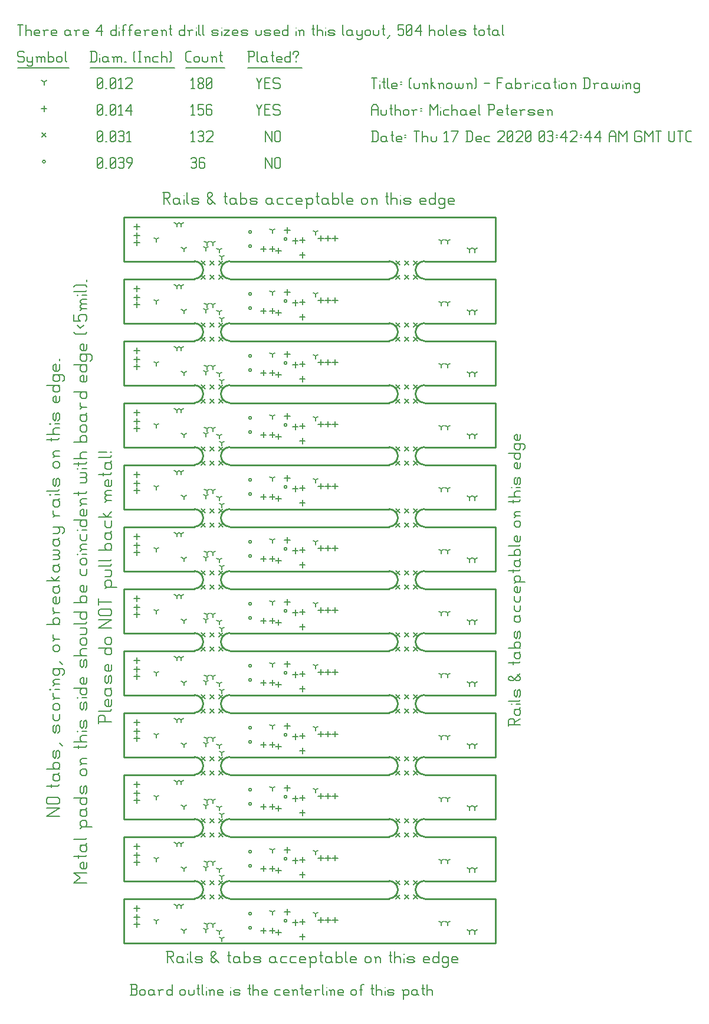
<source format=gbr>
G04 start of page 13 for group -3984 idx -3984 *
G04 Title: (unknown), fab *
G04 Creator: pcb 20140316 *
G04 CreationDate: Thu 17 Dec 2020 03:42:44 AM GMT UTC *
G04 For: railfan *
G04 Format: Gerber/RS-274X *
G04 PCB-Dimensions (mil): 3000.00 4500.00 *
G04 PCB-Coordinate-Origin: lower left *
%MOIN*%
%FSLAX25Y25*%
%LNFAB*%
%ADD91C,0.0083*%
%ADD90C,0.0066*%
%ADD89C,0.0093*%
%ADD88C,0.0074*%
%ADD87C,0.0100*%
%ADD86C,0.0075*%
%ADD85C,0.0060*%
%ADD84R,0.0080X0.0080*%
G54D84*X150700Y417500D02*G75*G03X152300Y417500I800J0D01*G01*
G75*G03X150700Y417500I-800J0D01*G01*
X130700Y421500D02*G75*G03X132300Y421500I800J0D01*G01*
G75*G03X130700Y421500I-800J0D01*G01*
Y413500D02*G75*G03X132300Y413500I800J0D01*G01*
G75*G03X130700Y413500I-800J0D01*G01*
X150700Y382500D02*G75*G03X152300Y382500I800J0D01*G01*
G75*G03X150700Y382500I-800J0D01*G01*
X130700Y386500D02*G75*G03X132300Y386500I800J0D01*G01*
G75*G03X130700Y386500I-800J0D01*G01*
Y378500D02*G75*G03X132300Y378500I800J0D01*G01*
G75*G03X130700Y378500I-800J0D01*G01*
X150700Y347500D02*G75*G03X152300Y347500I800J0D01*G01*
G75*G03X150700Y347500I-800J0D01*G01*
X130700Y351500D02*G75*G03X132300Y351500I800J0D01*G01*
G75*G03X130700Y351500I-800J0D01*G01*
Y343500D02*G75*G03X132300Y343500I800J0D01*G01*
G75*G03X130700Y343500I-800J0D01*G01*
X150700Y312500D02*G75*G03X152300Y312500I800J0D01*G01*
G75*G03X150700Y312500I-800J0D01*G01*
X130700Y316500D02*G75*G03X132300Y316500I800J0D01*G01*
G75*G03X130700Y316500I-800J0D01*G01*
Y308500D02*G75*G03X132300Y308500I800J0D01*G01*
G75*G03X130700Y308500I-800J0D01*G01*
X150700Y277500D02*G75*G03X152300Y277500I800J0D01*G01*
G75*G03X150700Y277500I-800J0D01*G01*
X130700Y281500D02*G75*G03X132300Y281500I800J0D01*G01*
G75*G03X130700Y281500I-800J0D01*G01*
Y273500D02*G75*G03X132300Y273500I800J0D01*G01*
G75*G03X130700Y273500I-800J0D01*G01*
X150700Y242500D02*G75*G03X152300Y242500I800J0D01*G01*
G75*G03X150700Y242500I-800J0D01*G01*
X130700Y246500D02*G75*G03X132300Y246500I800J0D01*G01*
G75*G03X130700Y246500I-800J0D01*G01*
Y238500D02*G75*G03X132300Y238500I800J0D01*G01*
G75*G03X130700Y238500I-800J0D01*G01*
X150700Y207500D02*G75*G03X152300Y207500I800J0D01*G01*
G75*G03X150700Y207500I-800J0D01*G01*
X130700Y211500D02*G75*G03X132300Y211500I800J0D01*G01*
G75*G03X130700Y211500I-800J0D01*G01*
Y203500D02*G75*G03X132300Y203500I800J0D01*G01*
G75*G03X130700Y203500I-800J0D01*G01*
X150700Y172500D02*G75*G03X152300Y172500I800J0D01*G01*
G75*G03X150700Y172500I-800J0D01*G01*
X130700Y176500D02*G75*G03X132300Y176500I800J0D01*G01*
G75*G03X130700Y176500I-800J0D01*G01*
Y168500D02*G75*G03X132300Y168500I800J0D01*G01*
G75*G03X130700Y168500I-800J0D01*G01*
X150700Y137500D02*G75*G03X152300Y137500I800J0D01*G01*
G75*G03X150700Y137500I-800J0D01*G01*
X130700Y141500D02*G75*G03X132300Y141500I800J0D01*G01*
G75*G03X130700Y141500I-800J0D01*G01*
Y133500D02*G75*G03X132300Y133500I800J0D01*G01*
G75*G03X130700Y133500I-800J0D01*G01*
X150700Y102500D02*G75*G03X152300Y102500I800J0D01*G01*
G75*G03X150700Y102500I-800J0D01*G01*
X130700Y106500D02*G75*G03X132300Y106500I800J0D01*G01*
G75*G03X130700Y106500I-800J0D01*G01*
Y98500D02*G75*G03X132300Y98500I800J0D01*G01*
G75*G03X130700Y98500I-800J0D01*G01*
X150700Y67500D02*G75*G03X152300Y67500I800J0D01*G01*
G75*G03X150700Y67500I-800J0D01*G01*
X130700Y71500D02*G75*G03X132300Y71500I800J0D01*G01*
G75*G03X130700Y71500I-800J0D01*G01*
Y63500D02*G75*G03X132300Y63500I800J0D01*G01*
G75*G03X130700Y63500I-800J0D01*G01*
X150700Y32500D02*G75*G03X152300Y32500I800J0D01*G01*
G75*G03X150700Y32500I-800J0D01*G01*
X130700Y36500D02*G75*G03X132300Y36500I800J0D01*G01*
G75*G03X130700Y36500I-800J0D01*G01*
Y28500D02*G75*G03X132300Y28500I800J0D01*G01*
G75*G03X130700Y28500I-800J0D01*G01*
X14200Y461250D02*G75*G03X15800Y461250I800J0D01*G01*
G75*G03X14200Y461250I-800J0D01*G01*
G54D85*X140000Y463500D02*Y457500D01*
Y463500D02*X143750Y457500D01*
Y463500D02*Y457500D01*
X145550Y462750D02*Y458250D01*
Y462750D02*X146300Y463500D01*
X147800D01*
X148550Y462750D01*
Y458250D01*
X147800Y457500D02*X148550Y458250D01*
X146300Y457500D02*X147800D01*
X145550Y458250D02*X146300Y457500D01*
X98000Y462750D02*X98750Y463500D01*
X100250D01*
X101000Y462750D01*
X100250Y457500D02*X101000Y458250D01*
X98750Y457500D02*X100250D01*
X98000Y458250D02*X98750Y457500D01*
Y460800D02*X100250D01*
X101000Y462750D02*Y461550D01*
Y460050D02*Y458250D01*
Y460050D02*X100250Y460800D01*
X101000Y461550D02*X100250Y460800D01*
X105050Y463500D02*X105800Y462750D01*
X103550Y463500D02*X105050D01*
X102800Y462750D02*X103550Y463500D01*
X102800Y462750D02*Y458250D01*
X103550Y457500D01*
X105050Y460800D02*X105800Y460050D01*
X102800Y460800D02*X105050D01*
X103550Y457500D02*X105050D01*
X105800Y458250D01*
Y460050D02*Y458250D01*
X45000D02*X45750Y457500D01*
X45000Y462750D02*Y458250D01*
Y462750D02*X45750Y463500D01*
X47250D01*
X48000Y462750D01*
Y458250D01*
X47250Y457500D02*X48000Y458250D01*
X45750Y457500D02*X47250D01*
X45000Y459000D02*X48000Y462000D01*
X49800Y457500D02*X50550D01*
X52350Y458250D02*X53100Y457500D01*
X52350Y462750D02*Y458250D01*
Y462750D02*X53100Y463500D01*
X54600D01*
X55350Y462750D01*
Y458250D01*
X54600Y457500D02*X55350Y458250D01*
X53100Y457500D02*X54600D01*
X52350Y459000D02*X55350Y462000D01*
X57150Y462750D02*X57900Y463500D01*
X59400D01*
X60150Y462750D01*
X59400Y457500D02*X60150Y458250D01*
X57900Y457500D02*X59400D01*
X57150Y458250D02*X57900Y457500D01*
Y460800D02*X59400D01*
X60150Y462750D02*Y461550D01*
Y460050D02*Y458250D01*
Y460050D02*X59400Y460800D01*
X60150Y461550D02*X59400Y460800D01*
X62700Y457500D02*X64950Y460500D01*
Y462750D02*Y460500D01*
X64200Y463500D02*X64950Y462750D01*
X62700Y463500D02*X64200D01*
X61950Y462750D02*X62700Y463500D01*
X61950Y462750D02*Y461250D01*
X62700Y460500D01*
X64950D01*
X213800Y55200D02*X216200Y52800D01*
X213800D02*X216200Y55200D01*
X218800D02*X221200Y52800D01*
X218800D02*X221200Y55200D01*
X223800D02*X226200Y52800D01*
X223800D02*X226200Y55200D01*
X218800Y47200D02*X221200Y44800D01*
X218800D02*X221200Y47200D01*
X213800D02*X216200Y44800D01*
X213800D02*X216200Y47200D01*
X223800D02*X226200Y44800D01*
X223800D02*X226200Y47200D01*
X103800Y55200D02*X106200Y52800D01*
X103800D02*X106200Y55200D01*
X108800D02*X111200Y52800D01*
X108800D02*X111200Y55200D01*
X113800D02*X116200Y52800D01*
X113800D02*X116200Y55200D01*
X108800Y47200D02*X111200Y44800D01*
X108800D02*X111200Y47200D01*
X103800D02*X106200Y44800D01*
X103800D02*X106200Y47200D01*
X113800D02*X116200Y44800D01*
X113800D02*X116200Y47200D01*
X213800Y90200D02*X216200Y87800D01*
X213800D02*X216200Y90200D01*
X218800D02*X221200Y87800D01*
X218800D02*X221200Y90200D01*
X223800D02*X226200Y87800D01*
X223800D02*X226200Y90200D01*
X218800Y82200D02*X221200Y79800D01*
X218800D02*X221200Y82200D01*
X213800D02*X216200Y79800D01*
X213800D02*X216200Y82200D01*
X223800D02*X226200Y79800D01*
X223800D02*X226200Y82200D01*
X103800Y90200D02*X106200Y87800D01*
X103800D02*X106200Y90200D01*
X108800D02*X111200Y87800D01*
X108800D02*X111200Y90200D01*
X113800D02*X116200Y87800D01*
X113800D02*X116200Y90200D01*
X108800Y82200D02*X111200Y79800D01*
X108800D02*X111200Y82200D01*
X103800D02*X106200Y79800D01*
X103800D02*X106200Y82200D01*
X113800D02*X116200Y79800D01*
X113800D02*X116200Y82200D01*
X213800Y125200D02*X216200Y122800D01*
X213800D02*X216200Y125200D01*
X218800D02*X221200Y122800D01*
X218800D02*X221200Y125200D01*
X223800D02*X226200Y122800D01*
X223800D02*X226200Y125200D01*
X218800Y117200D02*X221200Y114800D01*
X218800D02*X221200Y117200D01*
X213800D02*X216200Y114800D01*
X213800D02*X216200Y117200D01*
X223800D02*X226200Y114800D01*
X223800D02*X226200Y117200D01*
X103800Y125200D02*X106200Y122800D01*
X103800D02*X106200Y125200D01*
X108800D02*X111200Y122800D01*
X108800D02*X111200Y125200D01*
X113800D02*X116200Y122800D01*
X113800D02*X116200Y125200D01*
X108800Y117200D02*X111200Y114800D01*
X108800D02*X111200Y117200D01*
X103800D02*X106200Y114800D01*
X103800D02*X106200Y117200D01*
X113800D02*X116200Y114800D01*
X113800D02*X116200Y117200D01*
X213800Y160200D02*X216200Y157800D01*
X213800D02*X216200Y160200D01*
X218800D02*X221200Y157800D01*
X218800D02*X221200Y160200D01*
X223800D02*X226200Y157800D01*
X223800D02*X226200Y160200D01*
X218800Y152200D02*X221200Y149800D01*
X218800D02*X221200Y152200D01*
X213800D02*X216200Y149800D01*
X213800D02*X216200Y152200D01*
X223800D02*X226200Y149800D01*
X223800D02*X226200Y152200D01*
X103800Y160200D02*X106200Y157800D01*
X103800D02*X106200Y160200D01*
X108800D02*X111200Y157800D01*
X108800D02*X111200Y160200D01*
X113800D02*X116200Y157800D01*
X113800D02*X116200Y160200D01*
X108800Y152200D02*X111200Y149800D01*
X108800D02*X111200Y152200D01*
X103800D02*X106200Y149800D01*
X103800D02*X106200Y152200D01*
X113800D02*X116200Y149800D01*
X113800D02*X116200Y152200D01*
X213800Y195200D02*X216200Y192800D01*
X213800D02*X216200Y195200D01*
X218800D02*X221200Y192800D01*
X218800D02*X221200Y195200D01*
X223800D02*X226200Y192800D01*
X223800D02*X226200Y195200D01*
X218800Y187200D02*X221200Y184800D01*
X218800D02*X221200Y187200D01*
X213800D02*X216200Y184800D01*
X213800D02*X216200Y187200D01*
X223800D02*X226200Y184800D01*
X223800D02*X226200Y187200D01*
X103800Y195200D02*X106200Y192800D01*
X103800D02*X106200Y195200D01*
X108800D02*X111200Y192800D01*
X108800D02*X111200Y195200D01*
X113800D02*X116200Y192800D01*
X113800D02*X116200Y195200D01*
X108800Y187200D02*X111200Y184800D01*
X108800D02*X111200Y187200D01*
X103800D02*X106200Y184800D01*
X103800D02*X106200Y187200D01*
X113800D02*X116200Y184800D01*
X113800D02*X116200Y187200D01*
X213800Y230200D02*X216200Y227800D01*
X213800D02*X216200Y230200D01*
X218800D02*X221200Y227800D01*
X218800D02*X221200Y230200D01*
X223800D02*X226200Y227800D01*
X223800D02*X226200Y230200D01*
X218800Y222200D02*X221200Y219800D01*
X218800D02*X221200Y222200D01*
X213800D02*X216200Y219800D01*
X213800D02*X216200Y222200D01*
X223800D02*X226200Y219800D01*
X223800D02*X226200Y222200D01*
X103800Y230200D02*X106200Y227800D01*
X103800D02*X106200Y230200D01*
X108800D02*X111200Y227800D01*
X108800D02*X111200Y230200D01*
X113800D02*X116200Y227800D01*
X113800D02*X116200Y230200D01*
X108800Y222200D02*X111200Y219800D01*
X108800D02*X111200Y222200D01*
X103800D02*X106200Y219800D01*
X103800D02*X106200Y222200D01*
X113800D02*X116200Y219800D01*
X113800D02*X116200Y222200D01*
X213800Y265200D02*X216200Y262800D01*
X213800D02*X216200Y265200D01*
X218800D02*X221200Y262800D01*
X218800D02*X221200Y265200D01*
X223800D02*X226200Y262800D01*
X223800D02*X226200Y265200D01*
X218800Y257200D02*X221200Y254800D01*
X218800D02*X221200Y257200D01*
X213800D02*X216200Y254800D01*
X213800D02*X216200Y257200D01*
X223800D02*X226200Y254800D01*
X223800D02*X226200Y257200D01*
X103800Y265200D02*X106200Y262800D01*
X103800D02*X106200Y265200D01*
X108800D02*X111200Y262800D01*
X108800D02*X111200Y265200D01*
X113800D02*X116200Y262800D01*
X113800D02*X116200Y265200D01*
X108800Y257200D02*X111200Y254800D01*
X108800D02*X111200Y257200D01*
X103800D02*X106200Y254800D01*
X103800D02*X106200Y257200D01*
X113800D02*X116200Y254800D01*
X113800D02*X116200Y257200D01*
X213800Y300200D02*X216200Y297800D01*
X213800D02*X216200Y300200D01*
X218800D02*X221200Y297800D01*
X218800D02*X221200Y300200D01*
X223800D02*X226200Y297800D01*
X223800D02*X226200Y300200D01*
X218800Y292200D02*X221200Y289800D01*
X218800D02*X221200Y292200D01*
X213800D02*X216200Y289800D01*
X213800D02*X216200Y292200D01*
X223800D02*X226200Y289800D01*
X223800D02*X226200Y292200D01*
X103800Y300200D02*X106200Y297800D01*
X103800D02*X106200Y300200D01*
X108800D02*X111200Y297800D01*
X108800D02*X111200Y300200D01*
X113800D02*X116200Y297800D01*
X113800D02*X116200Y300200D01*
X108800Y292200D02*X111200Y289800D01*
X108800D02*X111200Y292200D01*
X103800D02*X106200Y289800D01*
X103800D02*X106200Y292200D01*
X113800D02*X116200Y289800D01*
X113800D02*X116200Y292200D01*
X213800Y335200D02*X216200Y332800D01*
X213800D02*X216200Y335200D01*
X218800D02*X221200Y332800D01*
X218800D02*X221200Y335200D01*
X223800D02*X226200Y332800D01*
X223800D02*X226200Y335200D01*
X218800Y327200D02*X221200Y324800D01*
X218800D02*X221200Y327200D01*
X213800D02*X216200Y324800D01*
X213800D02*X216200Y327200D01*
X223800D02*X226200Y324800D01*
X223800D02*X226200Y327200D01*
X103800Y335200D02*X106200Y332800D01*
X103800D02*X106200Y335200D01*
X108800D02*X111200Y332800D01*
X108800D02*X111200Y335200D01*
X113800D02*X116200Y332800D01*
X113800D02*X116200Y335200D01*
X108800Y327200D02*X111200Y324800D01*
X108800D02*X111200Y327200D01*
X103800D02*X106200Y324800D01*
X103800D02*X106200Y327200D01*
X113800D02*X116200Y324800D01*
X113800D02*X116200Y327200D01*
X213800Y370200D02*X216200Y367800D01*
X213800D02*X216200Y370200D01*
X218800D02*X221200Y367800D01*
X218800D02*X221200Y370200D01*
X223800D02*X226200Y367800D01*
X223800D02*X226200Y370200D01*
X218800Y362200D02*X221200Y359800D01*
X218800D02*X221200Y362200D01*
X213800D02*X216200Y359800D01*
X213800D02*X216200Y362200D01*
X223800D02*X226200Y359800D01*
X223800D02*X226200Y362200D01*
X103800Y370200D02*X106200Y367800D01*
X103800D02*X106200Y370200D01*
X108800D02*X111200Y367800D01*
X108800D02*X111200Y370200D01*
X113800D02*X116200Y367800D01*
X113800D02*X116200Y370200D01*
X108800Y362200D02*X111200Y359800D01*
X108800D02*X111200Y362200D01*
X103800D02*X106200Y359800D01*
X103800D02*X106200Y362200D01*
X113800D02*X116200Y359800D01*
X113800D02*X116200Y362200D01*
X213800Y405200D02*X216200Y402800D01*
X213800D02*X216200Y405200D01*
X218800D02*X221200Y402800D01*
X218800D02*X221200Y405200D01*
X223800D02*X226200Y402800D01*
X223800D02*X226200Y405200D01*
X218800Y397200D02*X221200Y394800D01*
X218800D02*X221200Y397200D01*
X213800D02*X216200Y394800D01*
X213800D02*X216200Y397200D01*
X223800D02*X226200Y394800D01*
X223800D02*X226200Y397200D01*
X103800Y405200D02*X106200Y402800D01*
X103800D02*X106200Y405200D01*
X108800D02*X111200Y402800D01*
X108800D02*X111200Y405200D01*
X113800D02*X116200Y402800D01*
X113800D02*X116200Y405200D01*
X108800Y397200D02*X111200Y394800D01*
X108800D02*X111200Y397200D01*
X103800D02*X106200Y394800D01*
X103800D02*X106200Y397200D01*
X113800D02*X116200Y394800D01*
X113800D02*X116200Y397200D01*
X13800Y477450D02*X16200Y475050D01*
X13800D02*X16200Y477450D01*
X140000Y478500D02*Y472500D01*
Y478500D02*X143750Y472500D01*
Y478500D02*Y472500D01*
X145550Y477750D02*Y473250D01*
Y477750D02*X146300Y478500D01*
X147800D01*
X148550Y477750D01*
Y473250D01*
X147800Y472500D02*X148550Y473250D01*
X146300Y472500D02*X147800D01*
X145550Y473250D02*X146300Y472500D01*
X98000Y477300D02*X99200Y478500D01*
Y472500D01*
X98000D02*X100250D01*
X102050Y477750D02*X102800Y478500D01*
X104300D01*
X105050Y477750D01*
X104300Y472500D02*X105050Y473250D01*
X102800Y472500D02*X104300D01*
X102050Y473250D02*X102800Y472500D01*
Y475800D02*X104300D01*
X105050Y477750D02*Y476550D01*
Y475050D02*Y473250D01*
Y475050D02*X104300Y475800D01*
X105050Y476550D02*X104300Y475800D01*
X106850Y477750D02*X107600Y478500D01*
X109850D01*
X110600Y477750D01*
Y476250D01*
X106850Y472500D02*X110600Y476250D01*
X106850Y472500D02*X110600D01*
X45000Y473250D02*X45750Y472500D01*
X45000Y477750D02*Y473250D01*
Y477750D02*X45750Y478500D01*
X47250D01*
X48000Y477750D01*
Y473250D01*
X47250Y472500D02*X48000Y473250D01*
X45750Y472500D02*X47250D01*
X45000Y474000D02*X48000Y477000D01*
X49800Y472500D02*X50550D01*
X52350Y473250D02*X53100Y472500D01*
X52350Y477750D02*Y473250D01*
Y477750D02*X53100Y478500D01*
X54600D01*
X55350Y477750D01*
Y473250D01*
X54600Y472500D02*X55350Y473250D01*
X53100Y472500D02*X54600D01*
X52350Y474000D02*X55350Y477000D01*
X57150Y477750D02*X57900Y478500D01*
X59400D01*
X60150Y477750D01*
X59400Y472500D02*X60150Y473250D01*
X57900Y472500D02*X59400D01*
X57150Y473250D02*X57900Y472500D01*
Y475800D02*X59400D01*
X60150Y477750D02*Y476550D01*
Y475050D02*Y473250D01*
Y475050D02*X59400Y475800D01*
X60150Y476550D02*X59400Y475800D01*
X61950Y477300D02*X63150Y478500D01*
Y472500D01*
X61950D02*X64200D01*
X67500Y426100D02*Y422900D01*
X65900Y424500D02*X69100D01*
X67500Y417100D02*Y413900D01*
X65900Y415500D02*X69100D01*
X67500Y421100D02*Y417900D01*
X65900Y419500D02*X69100D01*
X139000Y413600D02*Y410400D01*
X137400Y412000D02*X140600D01*
X144000Y413600D02*Y410400D01*
X142400Y412000D02*X145600D01*
X147500Y412600D02*Y409400D01*
X145900Y411000D02*X149100D01*
X161000Y410100D02*Y406900D01*
X159400Y408500D02*X162600D01*
X161000Y418600D02*Y415400D01*
X159400Y417000D02*X162600D01*
X157000Y418100D02*Y414900D01*
X155400Y416500D02*X158600D01*
X152500Y424100D02*Y420900D01*
X150900Y422500D02*X154100D01*
X175500Y419600D02*Y416400D01*
X173900Y418000D02*X177100D01*
X179500Y419600D02*Y416400D01*
X177900Y418000D02*X181100D01*
X171500Y419600D02*Y416400D01*
X169900Y418000D02*X173100D01*
X67500Y391100D02*Y387900D01*
X65900Y389500D02*X69100D01*
X67500Y382100D02*Y378900D01*
X65900Y380500D02*X69100D01*
X67500Y386100D02*Y382900D01*
X65900Y384500D02*X69100D01*
X139000Y378600D02*Y375400D01*
X137400Y377000D02*X140600D01*
X144000Y378600D02*Y375400D01*
X142400Y377000D02*X145600D01*
X147500Y377600D02*Y374400D01*
X145900Y376000D02*X149100D01*
X161000Y375100D02*Y371900D01*
X159400Y373500D02*X162600D01*
X161000Y383600D02*Y380400D01*
X159400Y382000D02*X162600D01*
X157000Y383100D02*Y379900D01*
X155400Y381500D02*X158600D01*
X152500Y389100D02*Y385900D01*
X150900Y387500D02*X154100D01*
X175500Y384600D02*Y381400D01*
X173900Y383000D02*X177100D01*
X179500Y384600D02*Y381400D01*
X177900Y383000D02*X181100D01*
X171500Y384600D02*Y381400D01*
X169900Y383000D02*X173100D01*
X67500Y356100D02*Y352900D01*
X65900Y354500D02*X69100D01*
X67500Y347100D02*Y343900D01*
X65900Y345500D02*X69100D01*
X67500Y351100D02*Y347900D01*
X65900Y349500D02*X69100D01*
X139000Y343600D02*Y340400D01*
X137400Y342000D02*X140600D01*
X144000Y343600D02*Y340400D01*
X142400Y342000D02*X145600D01*
X147500Y342600D02*Y339400D01*
X145900Y341000D02*X149100D01*
X161000Y340100D02*Y336900D01*
X159400Y338500D02*X162600D01*
X161000Y348600D02*Y345400D01*
X159400Y347000D02*X162600D01*
X157000Y348100D02*Y344900D01*
X155400Y346500D02*X158600D01*
X152500Y354100D02*Y350900D01*
X150900Y352500D02*X154100D01*
X175500Y349600D02*Y346400D01*
X173900Y348000D02*X177100D01*
X179500Y349600D02*Y346400D01*
X177900Y348000D02*X181100D01*
X171500Y349600D02*Y346400D01*
X169900Y348000D02*X173100D01*
X67500Y321100D02*Y317900D01*
X65900Y319500D02*X69100D01*
X67500Y312100D02*Y308900D01*
X65900Y310500D02*X69100D01*
X67500Y316100D02*Y312900D01*
X65900Y314500D02*X69100D01*
X139000Y308600D02*Y305400D01*
X137400Y307000D02*X140600D01*
X144000Y308600D02*Y305400D01*
X142400Y307000D02*X145600D01*
X147500Y307600D02*Y304400D01*
X145900Y306000D02*X149100D01*
X161000Y305100D02*Y301900D01*
X159400Y303500D02*X162600D01*
X161000Y313600D02*Y310400D01*
X159400Y312000D02*X162600D01*
X157000Y313100D02*Y309900D01*
X155400Y311500D02*X158600D01*
X152500Y319100D02*Y315900D01*
X150900Y317500D02*X154100D01*
X175500Y314600D02*Y311400D01*
X173900Y313000D02*X177100D01*
X179500Y314600D02*Y311400D01*
X177900Y313000D02*X181100D01*
X171500Y314600D02*Y311400D01*
X169900Y313000D02*X173100D01*
X67500Y286100D02*Y282900D01*
X65900Y284500D02*X69100D01*
X67500Y277100D02*Y273900D01*
X65900Y275500D02*X69100D01*
X67500Y281100D02*Y277900D01*
X65900Y279500D02*X69100D01*
X139000Y273600D02*Y270400D01*
X137400Y272000D02*X140600D01*
X144000Y273600D02*Y270400D01*
X142400Y272000D02*X145600D01*
X147500Y272600D02*Y269400D01*
X145900Y271000D02*X149100D01*
X161000Y270100D02*Y266900D01*
X159400Y268500D02*X162600D01*
X161000Y278600D02*Y275400D01*
X159400Y277000D02*X162600D01*
X157000Y278100D02*Y274900D01*
X155400Y276500D02*X158600D01*
X152500Y284100D02*Y280900D01*
X150900Y282500D02*X154100D01*
X175500Y279600D02*Y276400D01*
X173900Y278000D02*X177100D01*
X179500Y279600D02*Y276400D01*
X177900Y278000D02*X181100D01*
X171500Y279600D02*Y276400D01*
X169900Y278000D02*X173100D01*
X67500Y251100D02*Y247900D01*
X65900Y249500D02*X69100D01*
X67500Y242100D02*Y238900D01*
X65900Y240500D02*X69100D01*
X67500Y246100D02*Y242900D01*
X65900Y244500D02*X69100D01*
X139000Y238600D02*Y235400D01*
X137400Y237000D02*X140600D01*
X144000Y238600D02*Y235400D01*
X142400Y237000D02*X145600D01*
X147500Y237600D02*Y234400D01*
X145900Y236000D02*X149100D01*
X161000Y235100D02*Y231900D01*
X159400Y233500D02*X162600D01*
X161000Y243600D02*Y240400D01*
X159400Y242000D02*X162600D01*
X157000Y243100D02*Y239900D01*
X155400Y241500D02*X158600D01*
X152500Y249100D02*Y245900D01*
X150900Y247500D02*X154100D01*
X175500Y244600D02*Y241400D01*
X173900Y243000D02*X177100D01*
X179500Y244600D02*Y241400D01*
X177900Y243000D02*X181100D01*
X171500Y244600D02*Y241400D01*
X169900Y243000D02*X173100D01*
X67500Y216100D02*Y212900D01*
X65900Y214500D02*X69100D01*
X67500Y207100D02*Y203900D01*
X65900Y205500D02*X69100D01*
X67500Y211100D02*Y207900D01*
X65900Y209500D02*X69100D01*
X139000Y203600D02*Y200400D01*
X137400Y202000D02*X140600D01*
X144000Y203600D02*Y200400D01*
X142400Y202000D02*X145600D01*
X147500Y202600D02*Y199400D01*
X145900Y201000D02*X149100D01*
X161000Y200100D02*Y196900D01*
X159400Y198500D02*X162600D01*
X161000Y208600D02*Y205400D01*
X159400Y207000D02*X162600D01*
X157000Y208100D02*Y204900D01*
X155400Y206500D02*X158600D01*
X152500Y214100D02*Y210900D01*
X150900Y212500D02*X154100D01*
X175500Y209600D02*Y206400D01*
X173900Y208000D02*X177100D01*
X179500Y209600D02*Y206400D01*
X177900Y208000D02*X181100D01*
X171500Y209600D02*Y206400D01*
X169900Y208000D02*X173100D01*
X67500Y181100D02*Y177900D01*
X65900Y179500D02*X69100D01*
X67500Y172100D02*Y168900D01*
X65900Y170500D02*X69100D01*
X67500Y176100D02*Y172900D01*
X65900Y174500D02*X69100D01*
X139000Y168600D02*Y165400D01*
X137400Y167000D02*X140600D01*
X144000Y168600D02*Y165400D01*
X142400Y167000D02*X145600D01*
X147500Y167600D02*Y164400D01*
X145900Y166000D02*X149100D01*
X161000Y165100D02*Y161900D01*
X159400Y163500D02*X162600D01*
X161000Y173600D02*Y170400D01*
X159400Y172000D02*X162600D01*
X157000Y173100D02*Y169900D01*
X155400Y171500D02*X158600D01*
X152500Y179100D02*Y175900D01*
X150900Y177500D02*X154100D01*
X175500Y174600D02*Y171400D01*
X173900Y173000D02*X177100D01*
X179500Y174600D02*Y171400D01*
X177900Y173000D02*X181100D01*
X171500Y174600D02*Y171400D01*
X169900Y173000D02*X173100D01*
X67500Y146100D02*Y142900D01*
X65900Y144500D02*X69100D01*
X67500Y137100D02*Y133900D01*
X65900Y135500D02*X69100D01*
X67500Y141100D02*Y137900D01*
X65900Y139500D02*X69100D01*
X139000Y133600D02*Y130400D01*
X137400Y132000D02*X140600D01*
X144000Y133600D02*Y130400D01*
X142400Y132000D02*X145600D01*
X147500Y132600D02*Y129400D01*
X145900Y131000D02*X149100D01*
X161000Y130100D02*Y126900D01*
X159400Y128500D02*X162600D01*
X161000Y138600D02*Y135400D01*
X159400Y137000D02*X162600D01*
X157000Y138100D02*Y134900D01*
X155400Y136500D02*X158600D01*
X152500Y144100D02*Y140900D01*
X150900Y142500D02*X154100D01*
X175500Y139600D02*Y136400D01*
X173900Y138000D02*X177100D01*
X179500Y139600D02*Y136400D01*
X177900Y138000D02*X181100D01*
X171500Y139600D02*Y136400D01*
X169900Y138000D02*X173100D01*
X67500Y111100D02*Y107900D01*
X65900Y109500D02*X69100D01*
X67500Y102100D02*Y98900D01*
X65900Y100500D02*X69100D01*
X67500Y106100D02*Y102900D01*
X65900Y104500D02*X69100D01*
X139000Y98600D02*Y95400D01*
X137400Y97000D02*X140600D01*
X144000Y98600D02*Y95400D01*
X142400Y97000D02*X145600D01*
X147500Y97600D02*Y94400D01*
X145900Y96000D02*X149100D01*
X161000Y95100D02*Y91900D01*
X159400Y93500D02*X162600D01*
X161000Y103600D02*Y100400D01*
X159400Y102000D02*X162600D01*
X157000Y103100D02*Y99900D01*
X155400Y101500D02*X158600D01*
X152500Y109100D02*Y105900D01*
X150900Y107500D02*X154100D01*
X175500Y104600D02*Y101400D01*
X173900Y103000D02*X177100D01*
X179500Y104600D02*Y101400D01*
X177900Y103000D02*X181100D01*
X171500Y104600D02*Y101400D01*
X169900Y103000D02*X173100D01*
X67500Y76100D02*Y72900D01*
X65900Y74500D02*X69100D01*
X67500Y67100D02*Y63900D01*
X65900Y65500D02*X69100D01*
X67500Y71100D02*Y67900D01*
X65900Y69500D02*X69100D01*
X139000Y63600D02*Y60400D01*
X137400Y62000D02*X140600D01*
X144000Y63600D02*Y60400D01*
X142400Y62000D02*X145600D01*
X147500Y62600D02*Y59400D01*
X145900Y61000D02*X149100D01*
X161000Y60100D02*Y56900D01*
X159400Y58500D02*X162600D01*
X161000Y68600D02*Y65400D01*
X159400Y67000D02*X162600D01*
X157000Y68100D02*Y64900D01*
X155400Y66500D02*X158600D01*
X152500Y74100D02*Y70900D01*
X150900Y72500D02*X154100D01*
X175500Y69600D02*Y66400D01*
X173900Y68000D02*X177100D01*
X179500Y69600D02*Y66400D01*
X177900Y68000D02*X181100D01*
X171500Y69600D02*Y66400D01*
X169900Y68000D02*X173100D01*
X67500Y41100D02*Y37900D01*
X65900Y39500D02*X69100D01*
X67500Y32100D02*Y28900D01*
X65900Y30500D02*X69100D01*
X67500Y36100D02*Y32900D01*
X65900Y34500D02*X69100D01*
X139000Y28600D02*Y25400D01*
X137400Y27000D02*X140600D01*
X144000Y28600D02*Y25400D01*
X142400Y27000D02*X145600D01*
X147500Y27600D02*Y24400D01*
X145900Y26000D02*X149100D01*
X161000Y25100D02*Y21900D01*
X159400Y23500D02*X162600D01*
X161000Y33600D02*Y30400D01*
X159400Y32000D02*X162600D01*
X157000Y33100D02*Y29900D01*
X155400Y31500D02*X158600D01*
X152500Y39100D02*Y35900D01*
X150900Y37500D02*X154100D01*
X175500Y34600D02*Y31400D01*
X173900Y33000D02*X177100D01*
X179500Y34600D02*Y31400D01*
X177900Y33000D02*X181100D01*
X171500Y34600D02*Y31400D01*
X169900Y33000D02*X173100D01*
X15000Y492850D02*Y489650D01*
X13400Y491250D02*X16600D01*
X135000Y493500D02*X136500Y490500D01*
X138000Y493500D01*
X136500Y490500D02*Y487500D01*
X139800Y490800D02*X142050D01*
X139800Y487500D02*X142800D01*
X139800Y493500D02*Y487500D01*
Y493500D02*X142800D01*
X147600D02*X148350Y492750D01*
X145350Y493500D02*X147600D01*
X144600Y492750D02*X145350Y493500D01*
X144600Y492750D02*Y491250D01*
X145350Y490500D01*
X147600D01*
X148350Y489750D01*
Y488250D01*
X147600Y487500D02*X148350Y488250D01*
X145350Y487500D02*X147600D01*
X144600Y488250D02*X145350Y487500D01*
X98000Y492300D02*X99200Y493500D01*
Y487500D01*
X98000D02*X100250D01*
X102050Y493500D02*X105050D01*
X102050D02*Y490500D01*
X102800Y491250D01*
X104300D01*
X105050Y490500D01*
Y488250D01*
X104300Y487500D02*X105050Y488250D01*
X102800Y487500D02*X104300D01*
X102050Y488250D02*X102800Y487500D01*
X109100Y493500D02*X109850Y492750D01*
X107600Y493500D02*X109100D01*
X106850Y492750D02*X107600Y493500D01*
X106850Y492750D02*Y488250D01*
X107600Y487500D01*
X109100Y490800D02*X109850Y490050D01*
X106850Y490800D02*X109100D01*
X107600Y487500D02*X109100D01*
X109850Y488250D01*
Y490050D02*Y488250D01*
X45000D02*X45750Y487500D01*
X45000Y492750D02*Y488250D01*
Y492750D02*X45750Y493500D01*
X47250D01*
X48000Y492750D01*
Y488250D01*
X47250Y487500D02*X48000Y488250D01*
X45750Y487500D02*X47250D01*
X45000Y489000D02*X48000Y492000D01*
X49800Y487500D02*X50550D01*
X52350Y488250D02*X53100Y487500D01*
X52350Y492750D02*Y488250D01*
Y492750D02*X53100Y493500D01*
X54600D01*
X55350Y492750D01*
Y488250D01*
X54600Y487500D02*X55350Y488250D01*
X53100Y487500D02*X54600D01*
X52350Y489000D02*X55350Y492000D01*
X57150Y492300D02*X58350Y493500D01*
Y487500D01*
X57150D02*X59400D01*
X61200Y489750D02*X64200Y493500D01*
X61200Y489750D02*X64950D01*
X64200Y493500D02*Y487500D01*
X78500Y417500D02*Y415900D01*
Y417500D02*X79887Y418300D01*
X78500Y417500D02*X77113Y418300D01*
X94000Y412000D02*Y410400D01*
Y412000D02*X95387Y412800D01*
X94000Y412000D02*X92613Y412800D01*
X90000Y426000D02*Y424400D01*
Y426000D02*X91387Y426800D01*
X90000Y426000D02*X88613Y426800D01*
X92500Y426000D02*Y424400D01*
Y426000D02*X93887Y426800D01*
X92500Y426000D02*X91113Y426800D01*
X168500Y421500D02*Y419900D01*
Y421500D02*X169887Y422300D01*
X168500Y421500D02*X167113Y422300D01*
X255500Y411594D02*Y409994D01*
Y411594D02*X256887Y412394D01*
X255500Y411594D02*X254113Y412394D01*
X258500Y411594D02*Y409994D01*
Y411594D02*X259887Y412394D01*
X258500Y411594D02*X257113Y412394D01*
X243000Y416500D02*Y414900D01*
Y416500D02*X244387Y417300D01*
X243000Y416500D02*X241613Y417300D01*
X239500Y416500D02*Y414900D01*
Y416500D02*X240887Y417300D01*
X239500Y416500D02*X238113Y417300D01*
X144000Y422500D02*Y420900D01*
Y422500D02*X145387Y423300D01*
X144000Y422500D02*X142613Y423300D01*
X115500Y407500D02*Y405900D01*
Y407500D02*X116887Y408300D01*
X115500Y407500D02*X114113Y408300D01*
X114000Y411500D02*Y409900D01*
Y411500D02*X115387Y412300D01*
X114000Y411500D02*X112613Y412300D01*
X106500Y412500D02*Y410900D01*
Y412500D02*X107887Y413300D01*
X106500Y412500D02*X105113Y413300D01*
X107000Y415500D02*Y413900D01*
Y415500D02*X108387Y416300D01*
X107000Y415500D02*X105613Y416300D01*
X110500Y415500D02*Y413900D01*
Y415500D02*X111887Y416300D01*
X110500Y415500D02*X109113Y416300D01*
X78500Y382500D02*Y380900D01*
Y382500D02*X79887Y383300D01*
X78500Y382500D02*X77113Y383300D01*
X94000Y377000D02*Y375400D01*
Y377000D02*X95387Y377800D01*
X94000Y377000D02*X92613Y377800D01*
X90000Y391000D02*Y389400D01*
Y391000D02*X91387Y391800D01*
X90000Y391000D02*X88613Y391800D01*
X92500Y391000D02*Y389400D01*
Y391000D02*X93887Y391800D01*
X92500Y391000D02*X91113Y391800D01*
X168500Y386500D02*Y384900D01*
Y386500D02*X169887Y387300D01*
X168500Y386500D02*X167113Y387300D01*
X255500Y376594D02*Y374994D01*
Y376594D02*X256887Y377394D01*
X255500Y376594D02*X254113Y377394D01*
X258500Y376594D02*Y374994D01*
Y376594D02*X259887Y377394D01*
X258500Y376594D02*X257113Y377394D01*
X243000Y381500D02*Y379900D01*
Y381500D02*X244387Y382300D01*
X243000Y381500D02*X241613Y382300D01*
X239500Y381500D02*Y379900D01*
Y381500D02*X240887Y382300D01*
X239500Y381500D02*X238113Y382300D01*
X144000Y387500D02*Y385900D01*
Y387500D02*X145387Y388300D01*
X144000Y387500D02*X142613Y388300D01*
X115500Y372500D02*Y370900D01*
Y372500D02*X116887Y373300D01*
X115500Y372500D02*X114113Y373300D01*
X114000Y376500D02*Y374900D01*
Y376500D02*X115387Y377300D01*
X114000Y376500D02*X112613Y377300D01*
X106500Y377500D02*Y375900D01*
Y377500D02*X107887Y378300D01*
X106500Y377500D02*X105113Y378300D01*
X107000Y380500D02*Y378900D01*
Y380500D02*X108387Y381300D01*
X107000Y380500D02*X105613Y381300D01*
X110500Y380500D02*Y378900D01*
Y380500D02*X111887Y381300D01*
X110500Y380500D02*X109113Y381300D01*
X78500Y347500D02*Y345900D01*
Y347500D02*X79887Y348300D01*
X78500Y347500D02*X77113Y348300D01*
X94000Y342000D02*Y340400D01*
Y342000D02*X95387Y342800D01*
X94000Y342000D02*X92613Y342800D01*
X90000Y356000D02*Y354400D01*
Y356000D02*X91387Y356800D01*
X90000Y356000D02*X88613Y356800D01*
X92500Y356000D02*Y354400D01*
Y356000D02*X93887Y356800D01*
X92500Y356000D02*X91113Y356800D01*
X168500Y351500D02*Y349900D01*
Y351500D02*X169887Y352300D01*
X168500Y351500D02*X167113Y352300D01*
X255500Y341594D02*Y339994D01*
Y341594D02*X256887Y342394D01*
X255500Y341594D02*X254113Y342394D01*
X258500Y341594D02*Y339994D01*
Y341594D02*X259887Y342394D01*
X258500Y341594D02*X257113Y342394D01*
X243000Y346500D02*Y344900D01*
Y346500D02*X244387Y347300D01*
X243000Y346500D02*X241613Y347300D01*
X239500Y346500D02*Y344900D01*
Y346500D02*X240887Y347300D01*
X239500Y346500D02*X238113Y347300D01*
X144000Y352500D02*Y350900D01*
Y352500D02*X145387Y353300D01*
X144000Y352500D02*X142613Y353300D01*
X115500Y337500D02*Y335900D01*
Y337500D02*X116887Y338300D01*
X115500Y337500D02*X114113Y338300D01*
X114000Y341500D02*Y339900D01*
Y341500D02*X115387Y342300D01*
X114000Y341500D02*X112613Y342300D01*
X106500Y342500D02*Y340900D01*
Y342500D02*X107887Y343300D01*
X106500Y342500D02*X105113Y343300D01*
X107000Y345500D02*Y343900D01*
Y345500D02*X108387Y346300D01*
X107000Y345500D02*X105613Y346300D01*
X110500Y345500D02*Y343900D01*
Y345500D02*X111887Y346300D01*
X110500Y345500D02*X109113Y346300D01*
X78500Y312500D02*Y310900D01*
Y312500D02*X79887Y313300D01*
X78500Y312500D02*X77113Y313300D01*
X94000Y307000D02*Y305400D01*
Y307000D02*X95387Y307800D01*
X94000Y307000D02*X92613Y307800D01*
X90000Y321000D02*Y319400D01*
Y321000D02*X91387Y321800D01*
X90000Y321000D02*X88613Y321800D01*
X92500Y321000D02*Y319400D01*
Y321000D02*X93887Y321800D01*
X92500Y321000D02*X91113Y321800D01*
X168500Y316500D02*Y314900D01*
Y316500D02*X169887Y317300D01*
X168500Y316500D02*X167113Y317300D01*
X255500Y306594D02*Y304994D01*
Y306594D02*X256887Y307394D01*
X255500Y306594D02*X254113Y307394D01*
X258500Y306594D02*Y304994D01*
Y306594D02*X259887Y307394D01*
X258500Y306594D02*X257113Y307394D01*
X243000Y311500D02*Y309900D01*
Y311500D02*X244387Y312300D01*
X243000Y311500D02*X241613Y312300D01*
X239500Y311500D02*Y309900D01*
Y311500D02*X240887Y312300D01*
X239500Y311500D02*X238113Y312300D01*
X144000Y317500D02*Y315900D01*
Y317500D02*X145387Y318300D01*
X144000Y317500D02*X142613Y318300D01*
X115500Y302500D02*Y300900D01*
Y302500D02*X116887Y303300D01*
X115500Y302500D02*X114113Y303300D01*
X114000Y306500D02*Y304900D01*
Y306500D02*X115387Y307300D01*
X114000Y306500D02*X112613Y307300D01*
X106500Y307500D02*Y305900D01*
Y307500D02*X107887Y308300D01*
X106500Y307500D02*X105113Y308300D01*
X107000Y310500D02*Y308900D01*
Y310500D02*X108387Y311300D01*
X107000Y310500D02*X105613Y311300D01*
X110500Y310500D02*Y308900D01*
Y310500D02*X111887Y311300D01*
X110500Y310500D02*X109113Y311300D01*
X78500Y277500D02*Y275900D01*
Y277500D02*X79887Y278300D01*
X78500Y277500D02*X77113Y278300D01*
X94000Y272000D02*Y270400D01*
Y272000D02*X95387Y272800D01*
X94000Y272000D02*X92613Y272800D01*
X90000Y286000D02*Y284400D01*
Y286000D02*X91387Y286800D01*
X90000Y286000D02*X88613Y286800D01*
X92500Y286000D02*Y284400D01*
Y286000D02*X93887Y286800D01*
X92500Y286000D02*X91113Y286800D01*
X168500Y281500D02*Y279900D01*
Y281500D02*X169887Y282300D01*
X168500Y281500D02*X167113Y282300D01*
X255500Y271594D02*Y269994D01*
Y271594D02*X256887Y272394D01*
X255500Y271594D02*X254113Y272394D01*
X258500Y271594D02*Y269994D01*
Y271594D02*X259887Y272394D01*
X258500Y271594D02*X257113Y272394D01*
X243000Y276500D02*Y274900D01*
Y276500D02*X244387Y277300D01*
X243000Y276500D02*X241613Y277300D01*
X239500Y276500D02*Y274900D01*
Y276500D02*X240887Y277300D01*
X239500Y276500D02*X238113Y277300D01*
X144000Y282500D02*Y280900D01*
Y282500D02*X145387Y283300D01*
X144000Y282500D02*X142613Y283300D01*
X115500Y267500D02*Y265900D01*
Y267500D02*X116887Y268300D01*
X115500Y267500D02*X114113Y268300D01*
X114000Y271500D02*Y269900D01*
Y271500D02*X115387Y272300D01*
X114000Y271500D02*X112613Y272300D01*
X106500Y272500D02*Y270900D01*
Y272500D02*X107887Y273300D01*
X106500Y272500D02*X105113Y273300D01*
X107000Y275500D02*Y273900D01*
Y275500D02*X108387Y276300D01*
X107000Y275500D02*X105613Y276300D01*
X110500Y275500D02*Y273900D01*
Y275500D02*X111887Y276300D01*
X110500Y275500D02*X109113Y276300D01*
X78500Y242500D02*Y240900D01*
Y242500D02*X79887Y243300D01*
X78500Y242500D02*X77113Y243300D01*
X94000Y237000D02*Y235400D01*
Y237000D02*X95387Y237800D01*
X94000Y237000D02*X92613Y237800D01*
X90000Y251000D02*Y249400D01*
Y251000D02*X91387Y251800D01*
X90000Y251000D02*X88613Y251800D01*
X92500Y251000D02*Y249400D01*
Y251000D02*X93887Y251800D01*
X92500Y251000D02*X91113Y251800D01*
X168500Y246500D02*Y244900D01*
Y246500D02*X169887Y247300D01*
X168500Y246500D02*X167113Y247300D01*
X255500Y236594D02*Y234994D01*
Y236594D02*X256887Y237394D01*
X255500Y236594D02*X254113Y237394D01*
X258500Y236594D02*Y234994D01*
Y236594D02*X259887Y237394D01*
X258500Y236594D02*X257113Y237394D01*
X243000Y241500D02*Y239900D01*
Y241500D02*X244387Y242300D01*
X243000Y241500D02*X241613Y242300D01*
X239500Y241500D02*Y239900D01*
Y241500D02*X240887Y242300D01*
X239500Y241500D02*X238113Y242300D01*
X144000Y247500D02*Y245900D01*
Y247500D02*X145387Y248300D01*
X144000Y247500D02*X142613Y248300D01*
X115500Y232500D02*Y230900D01*
Y232500D02*X116887Y233300D01*
X115500Y232500D02*X114113Y233300D01*
X114000Y236500D02*Y234900D01*
Y236500D02*X115387Y237300D01*
X114000Y236500D02*X112613Y237300D01*
X106500Y237500D02*Y235900D01*
Y237500D02*X107887Y238300D01*
X106500Y237500D02*X105113Y238300D01*
X107000Y240500D02*Y238900D01*
Y240500D02*X108387Y241300D01*
X107000Y240500D02*X105613Y241300D01*
X110500Y240500D02*Y238900D01*
Y240500D02*X111887Y241300D01*
X110500Y240500D02*X109113Y241300D01*
X78500Y207500D02*Y205900D01*
Y207500D02*X79887Y208300D01*
X78500Y207500D02*X77113Y208300D01*
X94000Y202000D02*Y200400D01*
Y202000D02*X95387Y202800D01*
X94000Y202000D02*X92613Y202800D01*
X90000Y216000D02*Y214400D01*
Y216000D02*X91387Y216800D01*
X90000Y216000D02*X88613Y216800D01*
X92500Y216000D02*Y214400D01*
Y216000D02*X93887Y216800D01*
X92500Y216000D02*X91113Y216800D01*
X168500Y211500D02*Y209900D01*
Y211500D02*X169887Y212300D01*
X168500Y211500D02*X167113Y212300D01*
X255500Y201594D02*Y199994D01*
Y201594D02*X256887Y202394D01*
X255500Y201594D02*X254113Y202394D01*
X258500Y201594D02*Y199994D01*
Y201594D02*X259887Y202394D01*
X258500Y201594D02*X257113Y202394D01*
X243000Y206500D02*Y204900D01*
Y206500D02*X244387Y207300D01*
X243000Y206500D02*X241613Y207300D01*
X239500Y206500D02*Y204900D01*
Y206500D02*X240887Y207300D01*
X239500Y206500D02*X238113Y207300D01*
X144000Y212500D02*Y210900D01*
Y212500D02*X145387Y213300D01*
X144000Y212500D02*X142613Y213300D01*
X115500Y197500D02*Y195900D01*
Y197500D02*X116887Y198300D01*
X115500Y197500D02*X114113Y198300D01*
X114000Y201500D02*Y199900D01*
Y201500D02*X115387Y202300D01*
X114000Y201500D02*X112613Y202300D01*
X106500Y202500D02*Y200900D01*
Y202500D02*X107887Y203300D01*
X106500Y202500D02*X105113Y203300D01*
X107000Y205500D02*Y203900D01*
Y205500D02*X108387Y206300D01*
X107000Y205500D02*X105613Y206300D01*
X110500Y205500D02*Y203900D01*
Y205500D02*X111887Y206300D01*
X110500Y205500D02*X109113Y206300D01*
X78500Y172500D02*Y170900D01*
Y172500D02*X79887Y173300D01*
X78500Y172500D02*X77113Y173300D01*
X94000Y167000D02*Y165400D01*
Y167000D02*X95387Y167800D01*
X94000Y167000D02*X92613Y167800D01*
X90000Y181000D02*Y179400D01*
Y181000D02*X91387Y181800D01*
X90000Y181000D02*X88613Y181800D01*
X92500Y181000D02*Y179400D01*
Y181000D02*X93887Y181800D01*
X92500Y181000D02*X91113Y181800D01*
X168500Y176500D02*Y174900D01*
Y176500D02*X169887Y177300D01*
X168500Y176500D02*X167113Y177300D01*
X255500Y166594D02*Y164994D01*
Y166594D02*X256887Y167394D01*
X255500Y166594D02*X254113Y167394D01*
X258500Y166594D02*Y164994D01*
Y166594D02*X259887Y167394D01*
X258500Y166594D02*X257113Y167394D01*
X243000Y171500D02*Y169900D01*
Y171500D02*X244387Y172300D01*
X243000Y171500D02*X241613Y172300D01*
X239500Y171500D02*Y169900D01*
Y171500D02*X240887Y172300D01*
X239500Y171500D02*X238113Y172300D01*
X144000Y177500D02*Y175900D01*
Y177500D02*X145387Y178300D01*
X144000Y177500D02*X142613Y178300D01*
X115500Y162500D02*Y160900D01*
Y162500D02*X116887Y163300D01*
X115500Y162500D02*X114113Y163300D01*
X114000Y166500D02*Y164900D01*
Y166500D02*X115387Y167300D01*
X114000Y166500D02*X112613Y167300D01*
X106500Y167500D02*Y165900D01*
Y167500D02*X107887Y168300D01*
X106500Y167500D02*X105113Y168300D01*
X107000Y170500D02*Y168900D01*
Y170500D02*X108387Y171300D01*
X107000Y170500D02*X105613Y171300D01*
X110500Y170500D02*Y168900D01*
Y170500D02*X111887Y171300D01*
X110500Y170500D02*X109113Y171300D01*
X78500Y137500D02*Y135900D01*
Y137500D02*X79887Y138300D01*
X78500Y137500D02*X77113Y138300D01*
X94000Y132000D02*Y130400D01*
Y132000D02*X95387Y132800D01*
X94000Y132000D02*X92613Y132800D01*
X90000Y146000D02*Y144400D01*
Y146000D02*X91387Y146800D01*
X90000Y146000D02*X88613Y146800D01*
X92500Y146000D02*Y144400D01*
Y146000D02*X93887Y146800D01*
X92500Y146000D02*X91113Y146800D01*
X168500Y141500D02*Y139900D01*
Y141500D02*X169887Y142300D01*
X168500Y141500D02*X167113Y142300D01*
X255500Y131594D02*Y129994D01*
Y131594D02*X256887Y132394D01*
X255500Y131594D02*X254113Y132394D01*
X258500Y131594D02*Y129994D01*
Y131594D02*X259887Y132394D01*
X258500Y131594D02*X257113Y132394D01*
X243000Y136500D02*Y134900D01*
Y136500D02*X244387Y137300D01*
X243000Y136500D02*X241613Y137300D01*
X239500Y136500D02*Y134900D01*
Y136500D02*X240887Y137300D01*
X239500Y136500D02*X238113Y137300D01*
X144000Y142500D02*Y140900D01*
Y142500D02*X145387Y143300D01*
X144000Y142500D02*X142613Y143300D01*
X115500Y127500D02*Y125900D01*
Y127500D02*X116887Y128300D01*
X115500Y127500D02*X114113Y128300D01*
X114000Y131500D02*Y129900D01*
Y131500D02*X115387Y132300D01*
X114000Y131500D02*X112613Y132300D01*
X106500Y132500D02*Y130900D01*
Y132500D02*X107887Y133300D01*
X106500Y132500D02*X105113Y133300D01*
X107000Y135500D02*Y133900D01*
Y135500D02*X108387Y136300D01*
X107000Y135500D02*X105613Y136300D01*
X110500Y135500D02*Y133900D01*
Y135500D02*X111887Y136300D01*
X110500Y135500D02*X109113Y136300D01*
X78500Y102500D02*Y100900D01*
Y102500D02*X79887Y103300D01*
X78500Y102500D02*X77113Y103300D01*
X94000Y97000D02*Y95400D01*
Y97000D02*X95387Y97800D01*
X94000Y97000D02*X92613Y97800D01*
X90000Y111000D02*Y109400D01*
Y111000D02*X91387Y111800D01*
X90000Y111000D02*X88613Y111800D01*
X92500Y111000D02*Y109400D01*
Y111000D02*X93887Y111800D01*
X92500Y111000D02*X91113Y111800D01*
X168500Y106500D02*Y104900D01*
Y106500D02*X169887Y107300D01*
X168500Y106500D02*X167113Y107300D01*
X255500Y96594D02*Y94994D01*
Y96594D02*X256887Y97394D01*
X255500Y96594D02*X254113Y97394D01*
X258500Y96594D02*Y94994D01*
Y96594D02*X259887Y97394D01*
X258500Y96594D02*X257113Y97394D01*
X243000Y101500D02*Y99900D01*
Y101500D02*X244387Y102300D01*
X243000Y101500D02*X241613Y102300D01*
X239500Y101500D02*Y99900D01*
Y101500D02*X240887Y102300D01*
X239500Y101500D02*X238113Y102300D01*
X144000Y107500D02*Y105900D01*
Y107500D02*X145387Y108300D01*
X144000Y107500D02*X142613Y108300D01*
X115500Y92500D02*Y90900D01*
Y92500D02*X116887Y93300D01*
X115500Y92500D02*X114113Y93300D01*
X114000Y96500D02*Y94900D01*
Y96500D02*X115387Y97300D01*
X114000Y96500D02*X112613Y97300D01*
X106500Y97500D02*Y95900D01*
Y97500D02*X107887Y98300D01*
X106500Y97500D02*X105113Y98300D01*
X107000Y100500D02*Y98900D01*
Y100500D02*X108387Y101300D01*
X107000Y100500D02*X105613Y101300D01*
X110500Y100500D02*Y98900D01*
Y100500D02*X111887Y101300D01*
X110500Y100500D02*X109113Y101300D01*
X78500Y67500D02*Y65900D01*
Y67500D02*X79887Y68300D01*
X78500Y67500D02*X77113Y68300D01*
X94000Y62000D02*Y60400D01*
Y62000D02*X95387Y62800D01*
X94000Y62000D02*X92613Y62800D01*
X90000Y76000D02*Y74400D01*
Y76000D02*X91387Y76800D01*
X90000Y76000D02*X88613Y76800D01*
X92500Y76000D02*Y74400D01*
Y76000D02*X93887Y76800D01*
X92500Y76000D02*X91113Y76800D01*
X168500Y71500D02*Y69900D01*
Y71500D02*X169887Y72300D01*
X168500Y71500D02*X167113Y72300D01*
X255500Y61594D02*Y59994D01*
Y61594D02*X256887Y62394D01*
X255500Y61594D02*X254113Y62394D01*
X258500Y61594D02*Y59994D01*
Y61594D02*X259887Y62394D01*
X258500Y61594D02*X257113Y62394D01*
X243000Y66500D02*Y64900D01*
Y66500D02*X244387Y67300D01*
X243000Y66500D02*X241613Y67300D01*
X239500Y66500D02*Y64900D01*
Y66500D02*X240887Y67300D01*
X239500Y66500D02*X238113Y67300D01*
X144000Y72500D02*Y70900D01*
Y72500D02*X145387Y73300D01*
X144000Y72500D02*X142613Y73300D01*
X115500Y57500D02*Y55900D01*
Y57500D02*X116887Y58300D01*
X115500Y57500D02*X114113Y58300D01*
X114000Y61500D02*Y59900D01*
Y61500D02*X115387Y62300D01*
X114000Y61500D02*X112613Y62300D01*
X106500Y62500D02*Y60900D01*
Y62500D02*X107887Y63300D01*
X106500Y62500D02*X105113Y63300D01*
X107000Y65500D02*Y63900D01*
Y65500D02*X108387Y66300D01*
X107000Y65500D02*X105613Y66300D01*
X110500Y65500D02*Y63900D01*
Y65500D02*X111887Y66300D01*
X110500Y65500D02*X109113Y66300D01*
X78500Y32500D02*Y30900D01*
Y32500D02*X79887Y33300D01*
X78500Y32500D02*X77113Y33300D01*
X94000Y27000D02*Y25400D01*
Y27000D02*X95387Y27800D01*
X94000Y27000D02*X92613Y27800D01*
X90000Y41000D02*Y39400D01*
Y41000D02*X91387Y41800D01*
X90000Y41000D02*X88613Y41800D01*
X92500Y41000D02*Y39400D01*
Y41000D02*X93887Y41800D01*
X92500Y41000D02*X91113Y41800D01*
X168500Y36500D02*Y34900D01*
Y36500D02*X169887Y37300D01*
X168500Y36500D02*X167113Y37300D01*
X255500Y26594D02*Y24994D01*
Y26594D02*X256887Y27394D01*
X255500Y26594D02*X254113Y27394D01*
X258500Y26594D02*Y24994D01*
Y26594D02*X259887Y27394D01*
X258500Y26594D02*X257113Y27394D01*
X243000Y31500D02*Y29900D01*
Y31500D02*X244387Y32300D01*
X243000Y31500D02*X241613Y32300D01*
X239500Y31500D02*Y29900D01*
Y31500D02*X240887Y32300D01*
X239500Y31500D02*X238113Y32300D01*
X144000Y37500D02*Y35900D01*
Y37500D02*X145387Y38300D01*
X144000Y37500D02*X142613Y38300D01*
X115500Y22500D02*Y20900D01*
Y22500D02*X116887Y23300D01*
X115500Y22500D02*X114113Y23300D01*
X114000Y26500D02*Y24900D01*
Y26500D02*X115387Y27300D01*
X114000Y26500D02*X112613Y27300D01*
X106500Y27500D02*Y25900D01*
Y27500D02*X107887Y28300D01*
X106500Y27500D02*X105113Y28300D01*
X107000Y30500D02*Y28900D01*
Y30500D02*X108387Y31300D01*
X107000Y30500D02*X105613Y31300D01*
X110500Y30500D02*Y28900D01*
Y30500D02*X111887Y31300D01*
X110500Y30500D02*X109113Y31300D01*
X15000Y506250D02*Y504650D01*
Y506250D02*X16387Y507050D01*
X15000Y506250D02*X13613Y507050D01*
X135000Y508500D02*X136500Y505500D01*
X138000Y508500D01*
X136500Y505500D02*Y502500D01*
X139800Y505800D02*X142050D01*
X139800Y502500D02*X142800D01*
X139800Y508500D02*Y502500D01*
Y508500D02*X142800D01*
X147600D02*X148350Y507750D01*
X145350Y508500D02*X147600D01*
X144600Y507750D02*X145350Y508500D01*
X144600Y507750D02*Y506250D01*
X145350Y505500D01*
X147600D01*
X148350Y504750D01*
Y503250D01*
X147600Y502500D02*X148350Y503250D01*
X145350Y502500D02*X147600D01*
X144600Y503250D02*X145350Y502500D01*
X98000Y507300D02*X99200Y508500D01*
Y502500D01*
X98000D02*X100250D01*
X102050Y503250D02*X102800Y502500D01*
X102050Y504450D02*Y503250D01*
Y504450D02*X103100Y505500D01*
X104000D01*
X105050Y504450D01*
Y503250D01*
X104300Y502500D02*X105050Y503250D01*
X102800Y502500D02*X104300D01*
X102050Y506550D02*X103100Y505500D01*
X102050Y507750D02*Y506550D01*
Y507750D02*X102800Y508500D01*
X104300D01*
X105050Y507750D01*
Y506550D01*
X104000Y505500D02*X105050Y506550D01*
X106850Y503250D02*X107600Y502500D01*
X106850Y507750D02*Y503250D01*
Y507750D02*X107600Y508500D01*
X109100D01*
X109850Y507750D01*
Y503250D01*
X109100Y502500D02*X109850Y503250D01*
X107600Y502500D02*X109100D01*
X106850Y504000D02*X109850Y507000D01*
X45000Y503250D02*X45750Y502500D01*
X45000Y507750D02*Y503250D01*
Y507750D02*X45750Y508500D01*
X47250D01*
X48000Y507750D01*
Y503250D01*
X47250Y502500D02*X48000Y503250D01*
X45750Y502500D02*X47250D01*
X45000Y504000D02*X48000Y507000D01*
X49800Y502500D02*X50550D01*
X52350Y503250D02*X53100Y502500D01*
X52350Y507750D02*Y503250D01*
Y507750D02*X53100Y508500D01*
X54600D01*
X55350Y507750D01*
Y503250D01*
X54600Y502500D02*X55350Y503250D01*
X53100Y502500D02*X54600D01*
X52350Y504000D02*X55350Y507000D01*
X57150Y507300D02*X58350Y508500D01*
Y502500D01*
X57150D02*X59400D01*
X61200Y507750D02*X61950Y508500D01*
X64200D01*
X64950Y507750D01*
Y506250D01*
X61200Y502500D02*X64950Y506250D01*
X61200Y502500D02*X64950D01*
X3000Y523500D02*X3750Y522750D01*
X750Y523500D02*X3000D01*
X0Y522750D02*X750Y523500D01*
X0Y522750D02*Y521250D01*
X750Y520500D01*
X3000D01*
X3750Y519750D01*
Y518250D01*
X3000Y517500D02*X3750Y518250D01*
X750Y517500D02*X3000D01*
X0Y518250D02*X750Y517500D01*
X5550Y520500D02*Y518250D01*
X6300Y517500D01*
X8550Y520500D02*Y516000D01*
X7800Y515250D02*X8550Y516000D01*
X6300Y515250D02*X7800D01*
X5550Y516000D02*X6300Y515250D01*
Y517500D02*X7800D01*
X8550Y518250D01*
X11100Y519750D02*Y517500D01*
Y519750D02*X11850Y520500D01*
X12600D01*
X13350Y519750D01*
Y517500D01*
Y519750D02*X14100Y520500D01*
X14850D01*
X15600Y519750D01*
Y517500D01*
X10350Y520500D02*X11100Y519750D01*
X17400Y523500D02*Y517500D01*
Y518250D02*X18150Y517500D01*
X19650D01*
X20400Y518250D01*
Y519750D02*Y518250D01*
X19650Y520500D02*X20400Y519750D01*
X18150Y520500D02*X19650D01*
X17400Y519750D02*X18150Y520500D01*
X22200Y519750D02*Y518250D01*
Y519750D02*X22950Y520500D01*
X24450D01*
X25200Y519750D01*
Y518250D01*
X24450Y517500D02*X25200Y518250D01*
X22950Y517500D02*X24450D01*
X22200Y518250D02*X22950Y517500D01*
X27000Y523500D02*Y518250D01*
X27750Y517500D01*
X0Y514250D02*X29250D01*
X41750Y523500D02*Y517500D01*
X43700Y523500D02*X44750Y522450D01*
Y518550D01*
X43700Y517500D02*X44750Y518550D01*
X41000Y517500D02*X43700D01*
X41000Y523500D02*X43700D01*
G54D86*X46550Y522000D02*Y521850D01*
G54D85*Y519750D02*Y517500D01*
X50300Y520500D02*X51050Y519750D01*
X48800Y520500D02*X50300D01*
X48050Y519750D02*X48800Y520500D01*
X48050Y519750D02*Y518250D01*
X48800Y517500D01*
X51050Y520500D02*Y518250D01*
X51800Y517500D01*
X48800D02*X50300D01*
X51050Y518250D01*
X54350Y519750D02*Y517500D01*
Y519750D02*X55100Y520500D01*
X55850D01*
X56600Y519750D01*
Y517500D01*
Y519750D02*X57350Y520500D01*
X58100D01*
X58850Y519750D01*
Y517500D01*
X53600Y520500D02*X54350Y519750D01*
X60650Y517500D02*X61400D01*
X65900Y518250D02*X66650Y517500D01*
X65900Y522750D02*X66650Y523500D01*
X65900Y522750D02*Y518250D01*
X68450Y523500D02*X69950D01*
X69200D02*Y517500D01*
X68450D02*X69950D01*
X72500Y519750D02*Y517500D01*
Y519750D02*X73250Y520500D01*
X74000D01*
X74750Y519750D01*
Y517500D01*
X71750Y520500D02*X72500Y519750D01*
X77300Y520500D02*X79550D01*
X76550Y519750D02*X77300Y520500D01*
X76550Y519750D02*Y518250D01*
X77300Y517500D01*
X79550D01*
X81350Y523500D02*Y517500D01*
Y519750D02*X82100Y520500D01*
X83600D01*
X84350Y519750D01*
Y517500D01*
X86150Y523500D02*X86900Y522750D01*
Y518250D01*
X86150Y517500D02*X86900Y518250D01*
X41000Y514250D02*X88700D01*
X96050Y517500D02*X98000D01*
X95000Y518550D02*X96050Y517500D01*
X95000Y522450D02*Y518550D01*
Y522450D02*X96050Y523500D01*
X98000D01*
X99800Y519750D02*Y518250D01*
Y519750D02*X100550Y520500D01*
X102050D01*
X102800Y519750D01*
Y518250D01*
X102050Y517500D02*X102800Y518250D01*
X100550Y517500D02*X102050D01*
X99800Y518250D02*X100550Y517500D01*
X104600Y520500D02*Y518250D01*
X105350Y517500D01*
X106850D01*
X107600Y518250D01*
Y520500D02*Y518250D01*
X110150Y519750D02*Y517500D01*
Y519750D02*X110900Y520500D01*
X111650D01*
X112400Y519750D01*
Y517500D01*
X109400Y520500D02*X110150Y519750D01*
X114950Y523500D02*Y518250D01*
X115700Y517500D01*
X114200Y521250D02*X115700D01*
X95000Y514250D02*X117200D01*
X130750Y523500D02*Y517500D01*
X130000Y523500D02*X133000D01*
X133750Y522750D01*
Y521250D01*
X133000Y520500D02*X133750Y521250D01*
X130750Y520500D02*X133000D01*
X135550Y523500D02*Y518250D01*
X136300Y517500D01*
X140050Y520500D02*X140800Y519750D01*
X138550Y520500D02*X140050D01*
X137800Y519750D02*X138550Y520500D01*
X137800Y519750D02*Y518250D01*
X138550Y517500D01*
X140800Y520500D02*Y518250D01*
X141550Y517500D01*
X138550D02*X140050D01*
X140800Y518250D01*
X144100Y523500D02*Y518250D01*
X144850Y517500D01*
X143350Y521250D02*X144850D01*
X147100Y517500D02*X149350D01*
X146350Y518250D02*X147100Y517500D01*
X146350Y519750D02*Y518250D01*
Y519750D02*X147100Y520500D01*
X148600D01*
X149350Y519750D01*
X146350Y519000D02*X149350D01*
Y519750D02*Y519000D01*
X154150Y523500D02*Y517500D01*
X153400D02*X154150Y518250D01*
X151900Y517500D02*X153400D01*
X151150Y518250D02*X151900Y517500D01*
X151150Y519750D02*Y518250D01*
Y519750D02*X151900Y520500D01*
X153400D01*
X154150Y519750D01*
X157450Y520500D02*Y519750D01*
Y518250D02*Y517500D01*
X155950Y522750D02*Y522000D01*
Y522750D02*X156700Y523500D01*
X158200D01*
X158950Y522750D01*
Y522000D01*
X157450Y520500D02*X158950Y522000D01*
X130000Y514250D02*X160750D01*
X0Y538500D02*X3000D01*
X1500D02*Y532500D01*
X4800Y538500D02*Y532500D01*
Y534750D02*X5550Y535500D01*
X7050D01*
X7800Y534750D01*
Y532500D01*
X10350D02*X12600D01*
X9600Y533250D02*X10350Y532500D01*
X9600Y534750D02*Y533250D01*
Y534750D02*X10350Y535500D01*
X11850D01*
X12600Y534750D01*
X9600Y534000D02*X12600D01*
Y534750D02*Y534000D01*
X15150Y534750D02*Y532500D01*
Y534750D02*X15900Y535500D01*
X17400D01*
X14400D02*X15150Y534750D01*
X19950Y532500D02*X22200D01*
X19200Y533250D02*X19950Y532500D01*
X19200Y534750D02*Y533250D01*
Y534750D02*X19950Y535500D01*
X21450D01*
X22200Y534750D01*
X19200Y534000D02*X22200D01*
Y534750D02*Y534000D01*
X28950Y535500D02*X29700Y534750D01*
X27450Y535500D02*X28950D01*
X26700Y534750D02*X27450Y535500D01*
X26700Y534750D02*Y533250D01*
X27450Y532500D01*
X29700Y535500D02*Y533250D01*
X30450Y532500D01*
X27450D02*X28950D01*
X29700Y533250D01*
X33000Y534750D02*Y532500D01*
Y534750D02*X33750Y535500D01*
X35250D01*
X32250D02*X33000Y534750D01*
X37800Y532500D02*X40050D01*
X37050Y533250D02*X37800Y532500D01*
X37050Y534750D02*Y533250D01*
Y534750D02*X37800Y535500D01*
X39300D01*
X40050Y534750D01*
X37050Y534000D02*X40050D01*
Y534750D02*Y534000D01*
X44550Y534750D02*X47550Y538500D01*
X44550Y534750D02*X48300D01*
X47550Y538500D02*Y532500D01*
X55800Y538500D02*Y532500D01*
X55050D02*X55800Y533250D01*
X53550Y532500D02*X55050D01*
X52800Y533250D02*X53550Y532500D01*
X52800Y534750D02*Y533250D01*
Y534750D02*X53550Y535500D01*
X55050D01*
X55800Y534750D01*
G54D86*X57600Y537000D02*Y536850D01*
G54D85*Y534750D02*Y532500D01*
X59850Y537750D02*Y532500D01*
Y537750D02*X60600Y538500D01*
X61350D01*
X59100Y535500D02*X60600D01*
X63600Y537750D02*Y532500D01*
Y537750D02*X64350Y538500D01*
X65100D01*
X62850Y535500D02*X64350D01*
X67350Y532500D02*X69600D01*
X66600Y533250D02*X67350Y532500D01*
X66600Y534750D02*Y533250D01*
Y534750D02*X67350Y535500D01*
X68850D01*
X69600Y534750D01*
X66600Y534000D02*X69600D01*
Y534750D02*Y534000D01*
X72150Y534750D02*Y532500D01*
Y534750D02*X72900Y535500D01*
X74400D01*
X71400D02*X72150Y534750D01*
X76950Y532500D02*X79200D01*
X76200Y533250D02*X76950Y532500D01*
X76200Y534750D02*Y533250D01*
Y534750D02*X76950Y535500D01*
X78450D01*
X79200Y534750D01*
X76200Y534000D02*X79200D01*
Y534750D02*Y534000D01*
X81750Y534750D02*Y532500D01*
Y534750D02*X82500Y535500D01*
X83250D01*
X84000Y534750D01*
Y532500D01*
X81000Y535500D02*X81750Y534750D01*
X86550Y538500D02*Y533250D01*
X87300Y532500D01*
X85800Y536250D02*X87300D01*
X94500Y538500D02*Y532500D01*
X93750D02*X94500Y533250D01*
X92250Y532500D02*X93750D01*
X91500Y533250D02*X92250Y532500D01*
X91500Y534750D02*Y533250D01*
Y534750D02*X92250Y535500D01*
X93750D01*
X94500Y534750D01*
X97050D02*Y532500D01*
Y534750D02*X97800Y535500D01*
X99300D01*
X96300D02*X97050Y534750D01*
G54D86*X101100Y537000D02*Y536850D01*
G54D85*Y534750D02*Y532500D01*
X102600Y538500D02*Y533250D01*
X103350Y532500D01*
X104850Y538500D02*Y533250D01*
X105600Y532500D01*
X110550D02*X112800D01*
X113550Y533250D01*
X112800Y534000D02*X113550Y533250D01*
X110550Y534000D02*X112800D01*
X109800Y534750D02*X110550Y534000D01*
X109800Y534750D02*X110550Y535500D01*
X112800D01*
X113550Y534750D01*
X109800Y533250D02*X110550Y532500D01*
G54D86*X115350Y537000D02*Y536850D01*
G54D85*Y534750D02*Y532500D01*
X116850Y535500D02*X119850D01*
X116850Y532500D02*X119850Y535500D01*
X116850Y532500D02*X119850D01*
X122400D02*X124650D01*
X121650Y533250D02*X122400Y532500D01*
X121650Y534750D02*Y533250D01*
Y534750D02*X122400Y535500D01*
X123900D01*
X124650Y534750D01*
X121650Y534000D02*X124650D01*
Y534750D02*Y534000D01*
X127200Y532500D02*X129450D01*
X130200Y533250D01*
X129450Y534000D02*X130200Y533250D01*
X127200Y534000D02*X129450D01*
X126450Y534750D02*X127200Y534000D01*
X126450Y534750D02*X127200Y535500D01*
X129450D01*
X130200Y534750D01*
X126450Y533250D02*X127200Y532500D01*
X134700Y535500D02*Y533250D01*
X135450Y532500D01*
X136950D01*
X137700Y533250D01*
Y535500D02*Y533250D01*
X140250Y532500D02*X142500D01*
X143250Y533250D01*
X142500Y534000D02*X143250Y533250D01*
X140250Y534000D02*X142500D01*
X139500Y534750D02*X140250Y534000D01*
X139500Y534750D02*X140250Y535500D01*
X142500D01*
X143250Y534750D01*
X139500Y533250D02*X140250Y532500D01*
X145800D02*X148050D01*
X145050Y533250D02*X145800Y532500D01*
X145050Y534750D02*Y533250D01*
Y534750D02*X145800Y535500D01*
X147300D01*
X148050Y534750D01*
X145050Y534000D02*X148050D01*
Y534750D02*Y534000D01*
X152850Y538500D02*Y532500D01*
X152100D02*X152850Y533250D01*
X150600Y532500D02*X152100D01*
X149850Y533250D02*X150600Y532500D01*
X149850Y534750D02*Y533250D01*
Y534750D02*X150600Y535500D01*
X152100D01*
X152850Y534750D01*
G54D86*X157350Y537000D02*Y536850D01*
G54D85*Y534750D02*Y532500D01*
X159600Y534750D02*Y532500D01*
Y534750D02*X160350Y535500D01*
X161100D01*
X161850Y534750D01*
Y532500D01*
X158850Y535500D02*X159600Y534750D01*
X167100Y538500D02*Y533250D01*
X167850Y532500D01*
X166350Y536250D02*X167850D01*
X169350Y538500D02*Y532500D01*
Y534750D02*X170100Y535500D01*
X171600D01*
X172350Y534750D01*
Y532500D01*
G54D86*X174150Y537000D02*Y536850D01*
G54D85*Y534750D02*Y532500D01*
X176400D02*X178650D01*
X179400Y533250D01*
X178650Y534000D02*X179400Y533250D01*
X176400Y534000D02*X178650D01*
X175650Y534750D02*X176400Y534000D01*
X175650Y534750D02*X176400Y535500D01*
X178650D01*
X179400Y534750D01*
X175650Y533250D02*X176400Y532500D01*
X183900Y538500D02*Y533250D01*
X184650Y532500D01*
X188400Y535500D02*X189150Y534750D01*
X186900Y535500D02*X188400D01*
X186150Y534750D02*X186900Y535500D01*
X186150Y534750D02*Y533250D01*
X186900Y532500D01*
X189150Y535500D02*Y533250D01*
X189900Y532500D01*
X186900D02*X188400D01*
X189150Y533250D01*
X191700Y535500D02*Y533250D01*
X192450Y532500D01*
X194700Y535500D02*Y531000D01*
X193950Y530250D02*X194700Y531000D01*
X192450Y530250D02*X193950D01*
X191700Y531000D02*X192450Y530250D01*
Y532500D02*X193950D01*
X194700Y533250D01*
X196500Y534750D02*Y533250D01*
Y534750D02*X197250Y535500D01*
X198750D01*
X199500Y534750D01*
Y533250D01*
X198750Y532500D02*X199500Y533250D01*
X197250Y532500D02*X198750D01*
X196500Y533250D02*X197250Y532500D01*
X201300Y535500D02*Y533250D01*
X202050Y532500D01*
X203550D01*
X204300Y533250D01*
Y535500D02*Y533250D01*
X206850Y538500D02*Y533250D01*
X207600Y532500D01*
X206100Y536250D02*X207600D01*
X209100Y531000D02*X210600Y532500D01*
X215100Y538500D02*X218100D01*
X215100D02*Y535500D01*
X215850Y536250D01*
X217350D01*
X218100Y535500D01*
Y533250D01*
X217350Y532500D02*X218100Y533250D01*
X215850Y532500D02*X217350D01*
X215100Y533250D02*X215850Y532500D01*
X219900Y533250D02*X220650Y532500D01*
X219900Y537750D02*Y533250D01*
Y537750D02*X220650Y538500D01*
X222150D01*
X222900Y537750D01*
Y533250D01*
X222150Y532500D02*X222900Y533250D01*
X220650Y532500D02*X222150D01*
X219900Y534000D02*X222900Y537000D01*
X224700Y534750D02*X227700Y538500D01*
X224700Y534750D02*X228450D01*
X227700Y538500D02*Y532500D01*
X232950Y538500D02*Y532500D01*
Y534750D02*X233700Y535500D01*
X235200D01*
X235950Y534750D01*
Y532500D01*
X237750Y534750D02*Y533250D01*
Y534750D02*X238500Y535500D01*
X240000D01*
X240750Y534750D01*
Y533250D01*
X240000Y532500D02*X240750Y533250D01*
X238500Y532500D02*X240000D01*
X237750Y533250D02*X238500Y532500D01*
X242550Y538500D02*Y533250D01*
X243300Y532500D01*
X245550D02*X247800D01*
X244800Y533250D02*X245550Y532500D01*
X244800Y534750D02*Y533250D01*
Y534750D02*X245550Y535500D01*
X247050D01*
X247800Y534750D01*
X244800Y534000D02*X247800D01*
Y534750D02*Y534000D01*
X250350Y532500D02*X252600D01*
X253350Y533250D01*
X252600Y534000D02*X253350Y533250D01*
X250350Y534000D02*X252600D01*
X249600Y534750D02*X250350Y534000D01*
X249600Y534750D02*X250350Y535500D01*
X252600D01*
X253350Y534750D01*
X249600Y533250D02*X250350Y532500D01*
X258600Y538500D02*Y533250D01*
X259350Y532500D01*
X257850Y536250D02*X259350D01*
X260850Y534750D02*Y533250D01*
Y534750D02*X261600Y535500D01*
X263100D01*
X263850Y534750D01*
Y533250D01*
X263100Y532500D02*X263850Y533250D01*
X261600Y532500D02*X263100D01*
X260850Y533250D02*X261600Y532500D01*
X266400Y538500D02*Y533250D01*
X267150Y532500D01*
X265650Y536250D02*X267150D01*
X270900Y535500D02*X271650Y534750D01*
X269400Y535500D02*X270900D01*
X268650Y534750D02*X269400Y535500D01*
X268650Y534750D02*Y533250D01*
X269400Y532500D01*
X271650Y535500D02*Y533250D01*
X272400Y532500D01*
X269400D02*X270900D01*
X271650Y533250D01*
X274200Y538500D02*Y533250D01*
X274950Y532500D01*
G54D87*X60000Y405000D02*Y430000D01*
X270000D02*Y405000D01*
X60000Y430000D02*X270000D01*
X60000Y370000D02*Y395000D01*
X270000D02*Y370000D01*
X60000Y405000D02*X100000D01*
Y395000D02*X60000D01*
X120000Y405000D02*X210000D01*
Y395000D02*X120000D01*
X270000Y405000D02*X230000D01*
Y395000D02*X270000D01*
X60000Y335000D02*Y360000D01*
X270000D02*Y335000D01*
X60000Y370000D02*X100000D01*
Y360000D02*X60000D01*
X120000Y370000D02*X210000D01*
Y360000D02*X120000D01*
X270000Y370000D02*X230000D01*
Y360000D02*X270000D01*
X60000Y300000D02*Y325000D01*
X270000D02*Y300000D01*
X60000Y335000D02*X100000D01*
Y325000D02*X60000D01*
X120000Y335000D02*X210000D01*
Y325000D02*X120000D01*
X270000Y335000D02*X230000D01*
Y325000D02*X270000D01*
X60000Y265000D02*Y290000D01*
X270000D02*Y265000D01*
X60000Y300000D02*X100000D01*
Y290000D02*X60000D01*
X120000Y300000D02*X210000D01*
Y290000D02*X120000D01*
X270000Y300000D02*X230000D01*
Y290000D02*X270000D01*
X60000Y230000D02*Y255000D01*
X270000D02*Y230000D01*
X60000Y265000D02*X100000D01*
Y255000D02*X60000D01*
X120000Y265000D02*X210000D01*
Y255000D02*X120000D01*
X270000Y265000D02*X230000D01*
Y255000D02*X270000D01*
X60000Y195000D02*Y220000D01*
X270000D02*Y195000D01*
X60000Y230000D02*X100000D01*
Y220000D02*X60000D01*
X120000Y230000D02*X210000D01*
Y220000D02*X120000D01*
X270000Y230000D02*X230000D01*
Y220000D02*X270000D01*
X60000Y160000D02*Y185000D01*
X270000D02*Y160000D01*
X60000Y195000D02*X100000D01*
Y185000D02*X60000D01*
X120000Y195000D02*X210000D01*
Y185000D02*X120000D01*
X270000Y195000D02*X230000D01*
Y185000D02*X270000D01*
X60000Y125000D02*Y150000D01*
X270000D02*Y125000D01*
X60000Y160000D02*X100000D01*
Y150000D02*X60000D01*
X120000Y160000D02*X210000D01*
Y150000D02*X120000D01*
X270000Y160000D02*X230000D01*
Y150000D02*X270000D01*
X60000Y90000D02*Y115000D01*
X270000D02*Y90000D01*
X60000Y125000D02*X100000D01*
Y115000D02*X60000D01*
X120000Y125000D02*X210000D01*
Y115000D02*X120000D01*
X270000Y125000D02*X230000D01*
Y115000D02*X270000D01*
X60000Y55000D02*Y80000D01*
X270000D02*Y55000D01*
X60000Y90000D02*X100000D01*
Y80000D02*X60000D01*
X120000Y90000D02*X210000D01*
Y80000D02*X120000D01*
X270000Y90000D02*X230000D01*
Y80000D02*X270000D01*
X60000Y20000D02*Y45000D01*
X270000D02*Y20000D01*
X60000Y55000D02*X100000D01*
Y45000D02*X60000D01*
X120000Y55000D02*X210000D01*
Y45000D02*X120000D01*
X270000Y55000D02*X230000D01*
Y45000D02*X270000D01*
X60000Y20000D02*X270000D01*
X105000Y400000D02*G75*G03X100000Y405000I-5000J0D01*G01*
X105000Y400000D02*G75*G02X100000Y395000I-5000J0D01*G01*
X115000Y400000D02*G75*G02X120000Y405000I5000J0D01*G01*
X115000Y400000D02*G75*G03X120000Y395000I5000J0D01*G01*
X215000Y400000D02*G75*G03X210000Y405000I-5000J0D01*G01*
X215000Y400000D02*G75*G02X210000Y395000I-5000J0D01*G01*
X225000Y400000D02*G75*G02X230000Y405000I5000J0D01*G01*
X225000Y400000D02*G75*G03X230000Y395000I5000J0D01*G01*
X105000Y365000D02*G75*G03X100000Y370000I-5000J0D01*G01*
X105000Y365000D02*G75*G02X100000Y360000I-5000J0D01*G01*
X115000Y365000D02*G75*G02X120000Y370000I5000J0D01*G01*
X115000Y365000D02*G75*G03X120000Y360000I5000J0D01*G01*
X215000Y365000D02*G75*G03X210000Y370000I-5000J0D01*G01*
X215000Y365000D02*G75*G02X210000Y360000I-5000J0D01*G01*
X225000Y365000D02*G75*G02X230000Y370000I5000J0D01*G01*
X225000Y365000D02*G75*G03X230000Y360000I5000J0D01*G01*
X105000Y330000D02*G75*G03X100000Y335000I-5000J0D01*G01*
X105000Y330000D02*G75*G02X100000Y325000I-5000J0D01*G01*
X115000Y330000D02*G75*G02X120000Y335000I5000J0D01*G01*
X115000Y330000D02*G75*G03X120000Y325000I5000J0D01*G01*
X215000Y330000D02*G75*G03X210000Y335000I-5000J0D01*G01*
X215000Y330000D02*G75*G02X210000Y325000I-5000J0D01*G01*
X225000Y330000D02*G75*G02X230000Y335000I5000J0D01*G01*
X225000Y330000D02*G75*G03X230000Y325000I5000J0D01*G01*
X105000Y295000D02*G75*G03X100000Y300000I-5000J0D01*G01*
X105000Y295000D02*G75*G02X100000Y290000I-5000J0D01*G01*
X115000Y295000D02*G75*G02X120000Y300000I5000J0D01*G01*
X115000Y295000D02*G75*G03X120000Y290000I5000J0D01*G01*
X215000Y295000D02*G75*G03X210000Y300000I-5000J0D01*G01*
X215000Y295000D02*G75*G02X210000Y290000I-5000J0D01*G01*
X225000Y295000D02*G75*G02X230000Y300000I5000J0D01*G01*
X225000Y295000D02*G75*G03X230000Y290000I5000J0D01*G01*
X105000Y260000D02*G75*G03X100000Y265000I-5000J0D01*G01*
X105000Y260000D02*G75*G02X100000Y255000I-5000J0D01*G01*
X115000Y260000D02*G75*G02X120000Y265000I5000J0D01*G01*
X115000Y260000D02*G75*G03X120000Y255000I5000J0D01*G01*
X215000Y260000D02*G75*G03X210000Y265000I-5000J0D01*G01*
X215000Y260000D02*G75*G02X210000Y255000I-5000J0D01*G01*
X225000Y260000D02*G75*G02X230000Y265000I5000J0D01*G01*
X225000Y260000D02*G75*G03X230000Y255000I5000J0D01*G01*
X105000Y225000D02*G75*G03X100000Y230000I-5000J0D01*G01*
X105000Y225000D02*G75*G02X100000Y220000I-5000J0D01*G01*
X115000Y225000D02*G75*G02X120000Y230000I5000J0D01*G01*
X115000Y225000D02*G75*G03X120000Y220000I5000J0D01*G01*
X215000Y225000D02*G75*G03X210000Y230000I-5000J0D01*G01*
X215000Y225000D02*G75*G02X210000Y220000I-5000J0D01*G01*
X225000Y225000D02*G75*G02X230000Y230000I5000J0D01*G01*
X225000Y225000D02*G75*G03X230000Y220000I5000J0D01*G01*
X105000Y190000D02*G75*G03X100000Y195000I-5000J0D01*G01*
X105000Y190000D02*G75*G02X100000Y185000I-5000J0D01*G01*
X115000Y190000D02*G75*G02X120000Y195000I5000J0D01*G01*
X115000Y190000D02*G75*G03X120000Y185000I5000J0D01*G01*
X215000Y190000D02*G75*G03X210000Y195000I-5000J0D01*G01*
X215000Y190000D02*G75*G02X210000Y185000I-5000J0D01*G01*
X225000Y190000D02*G75*G02X230000Y195000I5000J0D01*G01*
X225000Y190000D02*G75*G03X230000Y185000I5000J0D01*G01*
X105000Y155000D02*G75*G03X100000Y160000I-5000J0D01*G01*
X105000Y155000D02*G75*G02X100000Y150000I-5000J0D01*G01*
X115000Y155000D02*G75*G02X120000Y160000I5000J0D01*G01*
X115000Y155000D02*G75*G03X120000Y150000I5000J0D01*G01*
X215000Y155000D02*G75*G03X210000Y160000I-5000J0D01*G01*
X215000Y155000D02*G75*G02X210000Y150000I-5000J0D01*G01*
X225000Y155000D02*G75*G02X230000Y160000I5000J0D01*G01*
X225000Y155000D02*G75*G03X230000Y150000I5000J0D01*G01*
X105000Y120000D02*G75*G03X100000Y125000I-5000J0D01*G01*
X105000Y120000D02*G75*G02X100000Y115000I-5000J0D01*G01*
X115000Y120000D02*G75*G02X120000Y125000I5000J0D01*G01*
X115000Y120000D02*G75*G03X120000Y115000I5000J0D01*G01*
X215000Y120000D02*G75*G03X210000Y125000I-5000J0D01*G01*
X215000Y120000D02*G75*G02X210000Y115000I-5000J0D01*G01*
X225000Y120000D02*G75*G02X230000Y125000I5000J0D01*G01*
X225000Y120000D02*G75*G03X230000Y115000I5000J0D01*G01*
X105000Y85000D02*G75*G03X100000Y90000I-5000J0D01*G01*
X105000Y85000D02*G75*G02X100000Y80000I-5000J0D01*G01*
X115000Y85000D02*G75*G02X120000Y90000I5000J0D01*G01*
X115000Y85000D02*G75*G03X120000Y80000I5000J0D01*G01*
X215000Y85000D02*G75*G03X210000Y90000I-5000J0D01*G01*
X215000Y85000D02*G75*G02X210000Y80000I-5000J0D01*G01*
X225000Y85000D02*G75*G02X230000Y90000I5000J0D01*G01*
X225000Y85000D02*G75*G03X230000Y80000I5000J0D01*G01*
X105000Y50000D02*G75*G03X100000Y55000I-5000J0D01*G01*
X105000Y50000D02*G75*G02X100000Y45000I-5000J0D01*G01*
X115000Y50000D02*G75*G02X120000Y55000I5000J0D01*G01*
X115000Y50000D02*G75*G03X120000Y45000I5000J0D01*G01*
X215000Y50000D02*G75*G03X210000Y55000I-5000J0D01*G01*
X215000Y50000D02*G75*G02X210000Y45000I-5000J0D01*G01*
X225000Y50000D02*G75*G02X230000Y55000I5000J0D01*G01*
X225000Y50000D02*G75*G03X230000Y45000I5000J0D01*G01*
G54D88*X31860Y54000D02*X39300D01*
X31860D02*X35580Y56790D01*
X31860Y59580D01*
X39300D01*
Y65532D02*Y62742D01*
X38370Y61812D02*X39300Y62742D01*
X36510Y61812D02*X38370D01*
X36510D02*X35580Y62742D01*
Y64602D02*Y62742D01*
Y64602D02*X36510Y65532D01*
X37440D02*Y61812D01*
X36510Y65532D02*X37440D01*
X31860Y68694D02*X38370D01*
X39300Y69624D01*
X34650D02*Y67764D01*
X35580Y74274D02*X36510Y75204D01*
X35580Y74274D02*Y72414D01*
X36510Y71484D02*X35580Y72414D01*
X36510Y71484D02*X38370D01*
X39300Y72414D01*
X35580Y75204D02*X38370D01*
X39300Y76134D01*
Y74274D02*Y72414D01*
Y74274D02*X38370Y75204D01*
X31860Y78366D02*X38370D01*
X39300Y79296D01*
X36510Y85434D02*X42090D01*
X35580Y84504D02*X36510Y85434D01*
X35580Y86364D01*
Y88224D02*Y86364D01*
Y88224D02*X36510Y89154D01*
X38370D01*
X39300Y88224D02*X38370Y89154D01*
X39300Y88224D02*Y86364D01*
X38370Y85434D02*X39300Y86364D01*
X35580Y94176D02*X36510Y95106D01*
X35580Y94176D02*Y92316D01*
X36510Y91386D02*X35580Y92316D01*
X36510Y91386D02*X38370D01*
X39300Y92316D01*
X35580Y95106D02*X38370D01*
X39300Y96036D01*
Y94176D02*Y92316D01*
Y94176D02*X38370Y95106D01*
X31860Y101988D02*X39300D01*
Y101058D02*X38370Y101988D01*
X39300Y101058D02*Y99198D01*
X38370Y98268D02*X39300Y99198D01*
X36510Y98268D02*X38370D01*
X36510D02*X35580Y99198D01*
Y101058D02*Y99198D01*
Y101058D02*X36510Y101988D01*
X39300Y107940D02*Y105150D01*
Y107940D02*X38370Y108870D01*
X37440Y107940D02*X38370Y108870D01*
X37440Y107940D02*Y105150D01*
X36510Y104220D02*X37440Y105150D01*
X36510Y104220D02*X35580Y105150D01*
Y107940D02*Y105150D01*
Y107940D02*X36510Y108870D01*
X38370Y104220D02*X39300Y105150D01*
X36510Y114450D02*X38370D01*
X36510D02*X35580Y115380D01*
Y117240D02*Y115380D01*
Y117240D02*X36510Y118170D01*
X38370D01*
X39300Y117240D02*X38370Y118170D01*
X39300Y117240D02*Y115380D01*
X38370Y114450D02*X39300Y115380D01*
X36510Y121332D02*X39300D01*
X36510D02*X35580Y122262D01*
Y123192D02*Y122262D01*
Y123192D02*X36510Y124122D01*
X39300D01*
X35580Y120402D02*X36510Y121332D01*
X31860Y130632D02*X38370D01*
X39300Y131562D01*
X34650D02*Y129702D01*
X31860Y133422D02*X39300D01*
X36510D02*X35580Y134352D01*
Y136212D02*Y134352D01*
Y136212D02*X36510Y137142D01*
X39300D01*
G54D89*X33720Y139374D02*X33906D01*
G54D88*X36510D02*X39300D01*
Y144954D02*Y142164D01*
Y144954D02*X38370Y145884D01*
X37440Y144954D02*X38370Y145884D01*
X37440Y144954D02*Y142164D01*
X36510Y141234D02*X37440Y142164D01*
X36510Y141234D02*X35580Y142164D01*
Y144954D02*Y142164D01*
Y144954D02*X36510Y145884D01*
X38370Y141234D02*X39300Y142164D01*
Y155184D02*Y152394D01*
Y155184D02*X38370Y156114D01*
X37440Y155184D02*X38370Y156114D01*
X37440Y155184D02*Y152394D01*
X36510Y151464D02*X37440Y152394D01*
X36510Y151464D02*X35580Y152394D01*
Y155184D02*Y152394D01*
Y155184D02*X36510Y156114D01*
X38370Y151464D02*X39300Y152394D01*
G54D89*X33720Y158346D02*X33906D01*
G54D88*X36510D02*X39300D01*
X31860Y163926D02*X39300D01*
Y162996D02*X38370Y163926D01*
X39300Y162996D02*Y161136D01*
X38370Y160206D02*X39300Y161136D01*
X36510Y160206D02*X38370D01*
X36510D02*X35580Y161136D01*
Y162996D02*Y161136D01*
Y162996D02*X36510Y163926D01*
X39300Y169878D02*Y167088D01*
X38370Y166158D02*X39300Y167088D01*
X36510Y166158D02*X38370D01*
X36510D02*X35580Y167088D01*
Y168948D02*Y167088D01*
Y168948D02*X36510Y169878D01*
X37440D02*Y166158D01*
X36510Y169878D02*X37440D01*
X39300Y179178D02*Y176388D01*
Y179178D02*X38370Y180108D01*
X37440Y179178D02*X38370Y180108D01*
X37440Y179178D02*Y176388D01*
X36510Y175458D02*X37440Y176388D01*
X36510Y175458D02*X35580Y176388D01*
Y179178D02*Y176388D01*
Y179178D02*X36510Y180108D01*
X38370Y175458D02*X39300Y176388D01*
X31860Y182340D02*X39300D01*
X36510D02*X35580Y183270D01*
Y185130D02*Y183270D01*
Y185130D02*X36510Y186060D01*
X39300D01*
X36510Y188292D02*X38370D01*
X36510D02*X35580Y189222D01*
Y191082D02*Y189222D01*
Y191082D02*X36510Y192012D01*
X38370D01*
X39300Y191082D02*X38370Y192012D01*
X39300Y191082D02*Y189222D01*
X38370Y188292D02*X39300Y189222D01*
X35580Y194244D02*X38370D01*
X39300Y195174D01*
Y197034D02*Y195174D01*
Y197034D02*X38370Y197964D01*
X35580D02*X38370D01*
X31860Y200196D02*X38370D01*
X39300Y201126D01*
X31860Y206706D02*X39300D01*
Y205776D02*X38370Y206706D01*
X39300Y205776D02*Y203916D01*
X38370Y202986D02*X39300Y203916D01*
X36510Y202986D02*X38370D01*
X36510D02*X35580Y203916D01*
Y205776D02*Y203916D01*
Y205776D02*X36510Y206706D01*
X31860Y212286D02*X39300D01*
X38370D02*X39300Y213216D01*
Y215076D02*Y213216D01*
Y215076D02*X38370Y216006D01*
X36510D02*X38370D01*
X35580Y215076D02*X36510Y216006D01*
X35580Y215076D02*Y213216D01*
X36510Y212286D02*X35580Y213216D01*
X39300Y221958D02*Y219168D01*
X38370Y218238D02*X39300Y219168D01*
X36510Y218238D02*X38370D01*
X36510D02*X35580Y219168D01*
Y221028D02*Y219168D01*
Y221028D02*X36510Y221958D01*
X37440D02*Y218238D01*
X36510Y221958D02*X37440D01*
X35580Y231258D02*Y228468D01*
X36510Y227538D02*X35580Y228468D01*
X36510Y227538D02*X38370D01*
X39300Y228468D01*
Y231258D02*Y228468D01*
X36510Y233490D02*X38370D01*
X36510D02*X35580Y234420D01*
Y236280D02*Y234420D01*
Y236280D02*X36510Y237210D01*
X38370D01*
X39300Y236280D02*X38370Y237210D01*
X39300Y236280D02*Y234420D01*
X38370Y233490D02*X39300Y234420D01*
G54D89*X33720Y239442D02*X33906D01*
G54D88*X36510D02*X39300D01*
X36510Y242232D02*X39300D01*
X36510D02*X35580Y243162D01*
Y244092D02*Y243162D01*
Y244092D02*X36510Y245022D01*
X39300D01*
X35580Y241302D02*X36510Y242232D01*
X35580Y250974D02*Y248184D01*
X36510Y247254D02*X35580Y248184D01*
X36510Y247254D02*X38370D01*
X39300Y248184D01*
Y250974D02*Y248184D01*
G54D89*X33720Y253206D02*X33906D01*
G54D88*X36510D02*X39300D01*
X31860Y258786D02*X39300D01*
Y257856D02*X38370Y258786D01*
X39300Y257856D02*Y255996D01*
X38370Y255066D02*X39300Y255996D01*
X36510Y255066D02*X38370D01*
X36510D02*X35580Y255996D01*
Y257856D02*Y255996D01*
Y257856D02*X36510Y258786D01*
X39300Y264738D02*Y261948D01*
X38370Y261018D02*X39300Y261948D01*
X36510Y261018D02*X38370D01*
X36510D02*X35580Y261948D01*
Y263808D02*Y261948D01*
Y263808D02*X36510Y264738D01*
X37440D02*Y261018D01*
X36510Y264738D02*X37440D01*
X36510Y267900D02*X39300D01*
X36510D02*X35580Y268830D01*
Y269760D02*Y268830D01*
Y269760D02*X36510Y270690D01*
X39300D01*
X35580Y266970D02*X36510Y267900D01*
X31860Y273852D02*X38370D01*
X39300Y274782D01*
X34650D02*Y272922D01*
X35580Y279990D02*X38370D01*
X39300Y280920D01*
Y281850D02*Y280920D01*
Y281850D02*X38370Y282780D01*
X35580D02*X38370D01*
X39300Y283710D01*
Y284640D02*Y283710D01*
Y284640D02*X38370Y285570D01*
X35580D02*X38370D01*
G54D89*X33720Y287802D02*X33906D01*
G54D88*X36510D02*X39300D01*
X31860Y290592D02*X38370D01*
X39300Y291522D01*
X34650D02*Y289662D01*
X31860Y293382D02*X39300D01*
X36510D02*X35580Y294312D01*
Y296172D02*Y294312D01*
Y296172D02*X36510Y297102D01*
X39300D01*
X31860Y302682D02*X39300D01*
X38370D02*X39300Y303612D01*
Y305472D02*Y303612D01*
Y305472D02*X38370Y306402D01*
X36510D02*X38370D01*
X35580Y305472D02*X36510Y306402D01*
X35580Y305472D02*Y303612D01*
X36510Y302682D02*X35580Y303612D01*
X36510Y308634D02*X38370D01*
X36510D02*X35580Y309564D01*
Y311424D02*Y309564D01*
Y311424D02*X36510Y312354D01*
X38370D01*
X39300Y311424D02*X38370Y312354D01*
X39300Y311424D02*Y309564D01*
X38370Y308634D02*X39300Y309564D01*
X35580Y317376D02*X36510Y318306D01*
X35580Y317376D02*Y315516D01*
X36510Y314586D02*X35580Y315516D01*
X36510Y314586D02*X38370D01*
X39300Y315516D01*
X35580Y318306D02*X38370D01*
X39300Y319236D01*
Y317376D02*Y315516D01*
Y317376D02*X38370Y318306D01*
X36510Y322398D02*X39300D01*
X36510D02*X35580Y323328D01*
Y325188D02*Y323328D01*
Y321468D02*X36510Y322398D01*
X31860Y331140D02*X39300D01*
Y330210D02*X38370Y331140D01*
X39300Y330210D02*Y328350D01*
X38370Y327420D02*X39300Y328350D01*
X36510Y327420D02*X38370D01*
X36510D02*X35580Y328350D01*
Y330210D02*Y328350D01*
Y330210D02*X36510Y331140D01*
X39300Y340440D02*Y337650D01*
X38370Y336720D02*X39300Y337650D01*
X36510Y336720D02*X38370D01*
X36510D02*X35580Y337650D01*
Y339510D02*Y337650D01*
Y339510D02*X36510Y340440D01*
X37440D02*Y336720D01*
X36510Y340440D02*X37440D01*
X31860Y346392D02*X39300D01*
Y345462D02*X38370Y346392D01*
X39300Y345462D02*Y343602D01*
X38370Y342672D02*X39300Y343602D01*
X36510Y342672D02*X38370D01*
X36510D02*X35580Y343602D01*
Y345462D02*Y343602D01*
Y345462D02*X36510Y346392D01*
X35580Y351414D02*X36510Y352344D01*
X35580Y351414D02*Y349554D01*
X36510Y348624D02*X35580Y349554D01*
X36510Y348624D02*X38370D01*
X39300Y349554D01*
Y351414D02*Y349554D01*
Y351414D02*X38370Y352344D01*
X41160Y348624D02*X42090Y349554D01*
Y351414D02*Y349554D01*
Y351414D02*X41160Y352344D01*
X35580D02*X41160D01*
X39300Y358296D02*Y355506D01*
X38370Y354576D02*X39300Y355506D01*
X36510Y354576D02*X38370D01*
X36510D02*X35580Y355506D01*
Y357366D02*Y355506D01*
Y357366D02*X36510Y358296D01*
X37440D02*Y354576D01*
X36510Y358296D02*X37440D01*
X38370Y363876D02*X39300Y364806D01*
X32790Y363876D02*X31860Y364806D01*
X32790Y363876D02*X38370D01*
X35580Y367038D02*X33720Y368898D01*
X35580Y367038D02*X37440Y368898D01*
X31860Y374850D02*Y371130D01*
X35580D01*
X34650Y372060D01*
Y373920D02*Y372060D01*
Y373920D02*X35580Y374850D01*
X38370D01*
X39300Y373920D02*X38370Y374850D01*
X39300Y373920D02*Y372060D01*
X38370Y371130D02*X39300Y372060D01*
X36510Y378012D02*X39300D01*
X36510D02*X35580Y378942D01*
Y379872D02*Y378942D01*
Y379872D02*X36510Y380802D01*
X39300D01*
X36510D02*X35580Y381732D01*
Y382662D02*Y381732D01*
Y382662D02*X36510Y383592D01*
X39300D01*
X35580Y377082D02*X36510Y378012D01*
G54D89*X33720Y385824D02*X33906D01*
G54D88*X36510D02*X39300D01*
X31860Y387684D02*X38370D01*
X39300Y388614D01*
X31860Y390474D02*X32790Y391404D01*
X38370D01*
X39300Y390474D02*X38370Y391404D01*
X39300Y394566D02*Y393636D01*
X45860Y144930D02*X53300D01*
X45860Y147720D02*Y144000D01*
Y147720D02*X46790Y148650D01*
X48650D01*
X49580Y147720D02*X48650Y148650D01*
X49580Y147720D02*Y144930D01*
X45860Y150882D02*X52370D01*
X53300Y151812D01*
Y157392D02*Y154602D01*
X52370Y153672D02*X53300Y154602D01*
X50510Y153672D02*X52370D01*
X50510D02*X49580Y154602D01*
Y156462D02*Y154602D01*
Y156462D02*X50510Y157392D01*
X51440D02*Y153672D01*
X50510Y157392D02*X51440D01*
X49580Y162414D02*X50510Y163344D01*
X49580Y162414D02*Y160554D01*
X50510Y159624D02*X49580Y160554D01*
X50510Y159624D02*X52370D01*
X53300Y160554D01*
X49580Y163344D02*X52370D01*
X53300Y164274D01*
Y162414D02*Y160554D01*
Y162414D02*X52370Y163344D01*
X53300Y170226D02*Y167436D01*
Y170226D02*X52370Y171156D01*
X51440Y170226D02*X52370Y171156D01*
X51440Y170226D02*Y167436D01*
X50510Y166506D02*X51440Y167436D01*
X50510Y166506D02*X49580Y167436D01*
Y170226D02*Y167436D01*
Y170226D02*X50510Y171156D01*
X52370Y166506D02*X53300Y167436D01*
Y177108D02*Y174318D01*
X52370Y173388D02*X53300Y174318D01*
X50510Y173388D02*X52370D01*
X50510D02*X49580Y174318D01*
Y176178D02*Y174318D01*
Y176178D02*X50510Y177108D01*
X51440D02*Y173388D01*
X50510Y177108D02*X51440D01*
X45860Y186408D02*X53300D01*
Y185478D02*X52370Y186408D01*
X53300Y185478D02*Y183618D01*
X52370Y182688D02*X53300Y183618D01*
X50510Y182688D02*X52370D01*
X50510D02*X49580Y183618D01*
Y185478D02*Y183618D01*
Y185478D02*X50510Y186408D01*
Y188640D02*X52370D01*
X50510D02*X49580Y189570D01*
Y191430D02*Y189570D01*
Y191430D02*X50510Y192360D01*
X52370D01*
X53300Y191430D02*X52370Y192360D01*
X53300Y191430D02*Y189570D01*
X52370Y188640D02*X53300Y189570D01*
X45860Y197940D02*X53300D01*
X45860D02*X53300Y202590D01*
X45860D02*X53300D01*
X46790Y204822D02*X52370D01*
X46790D02*X45860Y205752D01*
Y207612D02*Y205752D01*
Y207612D02*X46790Y208542D01*
X52370D01*
X53300Y207612D02*X52370Y208542D01*
X53300Y207612D02*Y205752D01*
X52370Y204822D02*X53300Y205752D01*
X45860Y214494D02*Y210774D01*
Y212634D02*X53300D01*
X50510Y221004D02*X56090D01*
X49580Y220074D02*X50510Y221004D01*
X49580Y221934D01*
Y223794D02*Y221934D01*
Y223794D02*X50510Y224724D01*
X52370D01*
X53300Y223794D02*X52370Y224724D01*
X53300Y223794D02*Y221934D01*
X52370Y221004D02*X53300Y221934D01*
X49580Y226956D02*X52370D01*
X53300Y227886D01*
Y229746D02*Y227886D01*
Y229746D02*X52370Y230676D01*
X49580D02*X52370D01*
X45860Y232908D02*X52370D01*
X53300Y233838D01*
X45860Y235698D02*X52370D01*
X53300Y236628D01*
X45860Y241836D02*X53300D01*
X52370D02*X53300Y242766D01*
Y244626D02*Y242766D01*
Y244626D02*X52370Y245556D01*
X50510D02*X52370D01*
X49580Y244626D02*X50510Y245556D01*
X49580Y244626D02*Y242766D01*
X50510Y241836D02*X49580Y242766D01*
Y250578D02*X50510Y251508D01*
X49580Y250578D02*Y248718D01*
X50510Y247788D02*X49580Y248718D01*
X50510Y247788D02*X52370D01*
X53300Y248718D01*
X49580Y251508D02*X52370D01*
X53300Y252438D01*
Y250578D02*Y248718D01*
Y250578D02*X52370Y251508D01*
X49580Y258390D02*Y255600D01*
X50510Y254670D02*X49580Y255600D01*
X50510Y254670D02*X52370D01*
X53300Y255600D01*
Y258390D02*Y255600D01*
X45860Y260622D02*X53300D01*
X50510D02*X53300Y263412D01*
X50510Y260622D02*X48650Y262482D01*
X50510Y269922D02*X53300D01*
X50510D02*X49580Y270852D01*
Y271782D02*Y270852D01*
Y271782D02*X50510Y272712D01*
X53300D01*
X50510D02*X49580Y273642D01*
Y274572D02*Y273642D01*
Y274572D02*X50510Y275502D01*
X53300D01*
X49580Y268992D02*X50510Y269922D01*
X53300Y281454D02*Y278664D01*
X52370Y277734D02*X53300Y278664D01*
X50510Y277734D02*X52370D01*
X50510D02*X49580Y278664D01*
Y280524D02*Y278664D01*
Y280524D02*X50510Y281454D01*
X51440D02*Y277734D01*
X50510Y281454D02*X51440D01*
X45860Y284616D02*X52370D01*
X53300Y285546D01*
X48650D02*Y283686D01*
X49580Y290196D02*X50510Y291126D01*
X49580Y290196D02*Y288336D01*
X50510Y287406D02*X49580Y288336D01*
X50510Y287406D02*X52370D01*
X53300Y288336D01*
X49580Y291126D02*X52370D01*
X53300Y292056D01*
Y290196D02*Y288336D01*
Y290196D02*X52370Y291126D01*
X45860Y294288D02*X52370D01*
X53300Y295218D01*
X52370Y297078D02*X53300D01*
X45860D02*X50510D01*
X16360Y91500D02*X23800D01*
X16360D02*X23800Y96150D01*
X16360D02*X23800D01*
X17290Y98382D02*X22870D01*
X17290D02*X16360Y99312D01*
Y101172D02*Y99312D01*
Y101172D02*X17290Y102102D01*
X22870D01*
X23800Y101172D02*X22870Y102102D01*
X23800Y101172D02*Y99312D01*
X22870Y98382D02*X23800Y99312D01*
X16360Y108612D02*X22870D01*
X23800Y109542D01*
X19150D02*Y107682D01*
X20080Y114192D02*X21010Y115122D01*
X20080Y114192D02*Y112332D01*
X21010Y111402D02*X20080Y112332D01*
X21010Y111402D02*X22870D01*
X23800Y112332D01*
X20080Y115122D02*X22870D01*
X23800Y116052D01*
Y114192D02*Y112332D01*
Y114192D02*X22870Y115122D01*
X16360Y118284D02*X23800D01*
X22870D02*X23800Y119214D01*
Y121074D02*Y119214D01*
Y121074D02*X22870Y122004D01*
X21010D02*X22870D01*
X20080Y121074D02*X21010Y122004D01*
X20080Y121074D02*Y119214D01*
X21010Y118284D02*X20080Y119214D01*
X23800Y127956D02*Y125166D01*
Y127956D02*X22870Y128886D01*
X21940Y127956D02*X22870Y128886D01*
X21940Y127956D02*Y125166D01*
X21010Y124236D02*X21940Y125166D01*
X21010Y124236D02*X20080Y125166D01*
Y127956D02*Y125166D01*
Y127956D02*X21010Y128886D01*
X22870Y124236D02*X23800Y125166D01*
X25660Y131118D02*X23800Y132978D01*
Y142278D02*Y139488D01*
Y142278D02*X22870Y143208D01*
X21940Y142278D02*X22870Y143208D01*
X21940Y142278D02*Y139488D01*
X21010Y138558D02*X21940Y139488D01*
X21010Y138558D02*X20080Y139488D01*
Y142278D02*Y139488D01*
Y142278D02*X21010Y143208D01*
X22870Y138558D02*X23800Y139488D01*
X20080Y149160D02*Y146370D01*
X21010Y145440D02*X20080Y146370D01*
X21010Y145440D02*X22870D01*
X23800Y146370D01*
Y149160D02*Y146370D01*
X21010Y151392D02*X22870D01*
X21010D02*X20080Y152322D01*
Y154182D02*Y152322D01*
Y154182D02*X21010Y155112D01*
X22870D01*
X23800Y154182D02*X22870Y155112D01*
X23800Y154182D02*Y152322D01*
X22870Y151392D02*X23800Y152322D01*
X21010Y158274D02*X23800D01*
X21010D02*X20080Y159204D01*
Y161064D02*Y159204D01*
Y157344D02*X21010Y158274D01*
G54D89*X18220Y163296D02*X18406D01*
G54D88*X21010D02*X23800D01*
X21010Y166086D02*X23800D01*
X21010D02*X20080Y167016D01*
Y167946D02*Y167016D01*
Y167946D02*X21010Y168876D01*
X23800D01*
X20080Y165156D02*X21010Y166086D01*
X20080Y173898D02*X21010Y174828D01*
X20080Y173898D02*Y172038D01*
X21010Y171108D02*X20080Y172038D01*
X21010Y171108D02*X22870D01*
X23800Y172038D01*
Y173898D02*Y172038D01*
Y173898D02*X22870Y174828D01*
X25660Y171108D02*X26590Y172038D01*
Y173898D02*Y172038D01*
Y173898D02*X25660Y174828D01*
X20080D02*X25660D01*
Y177060D02*X23800Y178920D01*
X21010Y184500D02*X22870D01*
X21010D02*X20080Y185430D01*
Y187290D02*Y185430D01*
Y187290D02*X21010Y188220D01*
X22870D01*
X23800Y187290D02*X22870Y188220D01*
X23800Y187290D02*Y185430D01*
X22870Y184500D02*X23800Y185430D01*
X21010Y191382D02*X23800D01*
X21010D02*X20080Y192312D01*
Y194172D02*Y192312D01*
Y190452D02*X21010Y191382D01*
X16360Y199752D02*X23800D01*
X22870D02*X23800Y200682D01*
Y202542D02*Y200682D01*
Y202542D02*X22870Y203472D01*
X21010D02*X22870D01*
X20080Y202542D02*X21010Y203472D01*
X20080Y202542D02*Y200682D01*
X21010Y199752D02*X20080Y200682D01*
X21010Y206634D02*X23800D01*
X21010D02*X20080Y207564D01*
Y209424D02*Y207564D01*
Y205704D02*X21010Y206634D01*
X23800Y215376D02*Y212586D01*
X22870Y211656D02*X23800Y212586D01*
X21010Y211656D02*X22870D01*
X21010D02*X20080Y212586D01*
Y214446D02*Y212586D01*
Y214446D02*X21010Y215376D01*
X21940D02*Y211656D01*
X21010Y215376D02*X21940D01*
X20080Y220398D02*X21010Y221328D01*
X20080Y220398D02*Y218538D01*
X21010Y217608D02*X20080Y218538D01*
X21010Y217608D02*X22870D01*
X23800Y218538D01*
X20080Y221328D02*X22870D01*
X23800Y222258D01*
Y220398D02*Y218538D01*
Y220398D02*X22870Y221328D01*
X16360Y224490D02*X23800D01*
X21010D02*X23800Y227280D01*
X21010Y224490D02*X19150Y226350D01*
X20080Y232302D02*X21010Y233232D01*
X20080Y232302D02*Y230442D01*
X21010Y229512D02*X20080Y230442D01*
X21010Y229512D02*X22870D01*
X23800Y230442D01*
X20080Y233232D02*X22870D01*
X23800Y234162D01*
Y232302D02*Y230442D01*
Y232302D02*X22870Y233232D01*
X20080Y236394D02*X22870D01*
X23800Y237324D01*
Y238254D02*Y237324D01*
Y238254D02*X22870Y239184D01*
X20080D02*X22870D01*
X23800Y240114D01*
Y241044D02*Y240114D01*
Y241044D02*X22870Y241974D01*
X20080D02*X22870D01*
X20080Y246996D02*X21010Y247926D01*
X20080Y246996D02*Y245136D01*
X21010Y244206D02*X20080Y245136D01*
X21010Y244206D02*X22870D01*
X23800Y245136D01*
X20080Y247926D02*X22870D01*
X23800Y248856D01*
Y246996D02*Y245136D01*
Y246996D02*X22870Y247926D01*
X20080Y251088D02*X22870D01*
X23800Y252018D01*
X20080Y254808D02*X25660D01*
X26590Y253878D02*X25660Y254808D01*
X26590Y253878D02*Y252018D01*
X25660Y251088D02*X26590Y252018D01*
X23800Y253878D02*Y252018D01*
Y253878D02*X22870Y254808D01*
X21010Y261318D02*X23800D01*
X21010D02*X20080Y262248D01*
Y264108D02*Y262248D01*
Y260388D02*X21010Y261318D01*
X20080Y269130D02*X21010Y270060D01*
X20080Y269130D02*Y267270D01*
X21010Y266340D02*X20080Y267270D01*
X21010Y266340D02*X22870D01*
X23800Y267270D01*
X20080Y270060D02*X22870D01*
X23800Y270990D01*
Y269130D02*Y267270D01*
Y269130D02*X22870Y270060D01*
G54D89*X18220Y273222D02*X18406D01*
G54D88*X21010D02*X23800D01*
X16360Y275082D02*X22870D01*
X23800Y276012D01*
Y281592D02*Y278802D01*
Y281592D02*X22870Y282522D01*
X21940Y281592D02*X22870Y282522D01*
X21940Y281592D02*Y278802D01*
X21010Y277872D02*X21940Y278802D01*
X21010Y277872D02*X20080Y278802D01*
Y281592D02*Y278802D01*
Y281592D02*X21010Y282522D01*
X22870Y277872D02*X23800Y278802D01*
X21010Y288102D02*X22870D01*
X21010D02*X20080Y289032D01*
Y290892D02*Y289032D01*
Y290892D02*X21010Y291822D01*
X22870D01*
X23800Y290892D02*X22870Y291822D01*
X23800Y290892D02*Y289032D01*
X22870Y288102D02*X23800Y289032D01*
X21010Y294984D02*X23800D01*
X21010D02*X20080Y295914D01*
Y296844D02*Y295914D01*
Y296844D02*X21010Y297774D01*
X23800D01*
X20080Y294054D02*X21010Y294984D01*
X16360Y304284D02*X22870D01*
X23800Y305214D01*
X19150D02*Y303354D01*
X16360Y307074D02*X23800D01*
X21010D02*X20080Y308004D01*
Y309864D02*Y308004D01*
Y309864D02*X21010Y310794D01*
X23800D01*
G54D89*X18220Y313026D02*X18406D01*
G54D88*X21010D02*X23800D01*
Y318606D02*Y315816D01*
Y318606D02*X22870Y319536D01*
X21940Y318606D02*X22870Y319536D01*
X21940Y318606D02*Y315816D01*
X21010Y314886D02*X21940Y315816D01*
X21010Y314886D02*X20080Y315816D01*
Y318606D02*Y315816D01*
Y318606D02*X21010Y319536D01*
X22870Y314886D02*X23800Y315816D01*
Y328836D02*Y326046D01*
X22870Y325116D02*X23800Y326046D01*
X21010Y325116D02*X22870D01*
X21010D02*X20080Y326046D01*
Y327906D02*Y326046D01*
Y327906D02*X21010Y328836D01*
X21940D02*Y325116D01*
X21010Y328836D02*X21940D01*
X16360Y334788D02*X23800D01*
Y333858D02*X22870Y334788D01*
X23800Y333858D02*Y331998D01*
X22870Y331068D02*X23800Y331998D01*
X21010Y331068D02*X22870D01*
X21010D02*X20080Y331998D01*
Y333858D02*Y331998D01*
Y333858D02*X21010Y334788D01*
X20080Y339810D02*X21010Y340740D01*
X20080Y339810D02*Y337950D01*
X21010Y337020D02*X20080Y337950D01*
X21010Y337020D02*X22870D01*
X23800Y337950D01*
Y339810D02*Y337950D01*
Y339810D02*X22870Y340740D01*
X25660Y337020D02*X26590Y337950D01*
Y339810D02*Y337950D01*
Y339810D02*X25660Y340740D01*
X20080D02*X25660D01*
X23800Y346692D02*Y343902D01*
X22870Y342972D02*X23800Y343902D01*
X21010Y342972D02*X22870D01*
X21010D02*X20080Y343902D01*
Y345762D02*Y343902D01*
Y345762D02*X21010Y346692D01*
X21940D02*Y342972D01*
X21010Y346692D02*X21940D01*
X23800Y349854D02*Y348924D01*
G54D90*X82000Y443840D02*X85320D01*
X86150Y443010D01*
Y441350D01*
X85320Y440520D02*X86150Y441350D01*
X82830Y440520D02*X85320D01*
X82830Y443840D02*Y437200D01*
X84158Y440520D02*X86150Y437200D01*
X90632Y440520D02*X91462Y439690D01*
X88972Y440520D02*X90632D01*
X88142Y439690D02*X88972Y440520D01*
X88142Y439690D02*Y438030D01*
X88972Y437200D01*
X91462Y440520D02*Y438030D01*
X92292Y437200D01*
X88972D02*X90632D01*
X91462Y438030D01*
G54D91*X94284Y442180D02*Y442014D01*
G54D90*Y439690D02*Y437200D01*
X95944Y443840D02*Y438030D01*
X96774Y437200D01*
X99264D02*X101754D01*
X102584Y438030D01*
X101754Y438860D02*X102584Y438030D01*
X99264Y438860D02*X101754D01*
X98434Y439690D02*X99264Y438860D01*
X98434Y439690D02*X99264Y440520D01*
X101754D01*
X102584Y439690D01*
X98434Y438030D02*X99264Y437200D01*
X107564Y438030D02*X108394Y437200D01*
X107564Y443010D02*Y441350D01*
Y443010D02*X108394Y443840D01*
X107564Y439690D02*X110054Y442180D01*
X108394Y437200D02*X109224D01*
X110884Y438860D01*
X107564Y441350D02*X111714Y437200D01*
X108394Y443840D02*X109224D01*
X110054Y443010D01*
Y442180D01*
X107564Y439690D02*Y438030D01*
X117524Y443840D02*Y438030D01*
X118354Y437200D01*
X116694Y441350D02*X118354D01*
X122504Y440520D02*X123334Y439690D01*
X120844Y440520D02*X122504D01*
X120014Y439690D02*X120844Y440520D01*
X120014Y439690D02*Y438030D01*
X120844Y437200D01*
X123334Y440520D02*Y438030D01*
X124164Y437200D01*
X120844D02*X122504D01*
X123334Y438030D01*
X126156Y443840D02*Y437200D01*
Y438030D02*X126986Y437200D01*
X128646D01*
X129476Y438030D01*
Y439690D02*Y438030D01*
X128646Y440520D02*X129476Y439690D01*
X126986Y440520D02*X128646D01*
X126156Y439690D02*X126986Y440520D01*
X132298Y437200D02*X134788D01*
X135618Y438030D01*
X134788Y438860D02*X135618Y438030D01*
X132298Y438860D02*X134788D01*
X131468Y439690D02*X132298Y438860D01*
X131468Y439690D02*X132298Y440520D01*
X134788D01*
X135618Y439690D01*
X131468Y438030D02*X132298Y437200D01*
X143088Y440520D02*X143918Y439690D01*
X141428Y440520D02*X143088D01*
X140598Y439690D02*X141428Y440520D01*
X140598Y439690D02*Y438030D01*
X141428Y437200D01*
X143918Y440520D02*Y438030D01*
X144748Y437200D01*
X141428D02*X143088D01*
X143918Y438030D01*
X147570Y440520D02*X150060D01*
X146740Y439690D02*X147570Y440520D01*
X146740Y439690D02*Y438030D01*
X147570Y437200D01*
X150060D01*
X152882Y440520D02*X155372D01*
X152052Y439690D02*X152882Y440520D01*
X152052Y439690D02*Y438030D01*
X152882Y437200D01*
X155372D01*
X158194D02*X160684D01*
X157364Y438030D02*X158194Y437200D01*
X157364Y439690D02*Y438030D01*
Y439690D02*X158194Y440520D01*
X159854D01*
X160684Y439690D01*
X157364Y438860D02*X160684D01*
Y439690D02*Y438860D01*
X163506Y439690D02*Y434710D01*
X162676Y440520D02*X163506Y439690D01*
X164336Y440520D01*
X165996D01*
X166826Y439690D01*
Y438030D01*
X165996Y437200D02*X166826Y438030D01*
X164336Y437200D02*X165996D01*
X163506Y438030D02*X164336Y437200D01*
X169648Y443840D02*Y438030D01*
X170478Y437200D01*
X168818Y441350D02*X170478D01*
X174628Y440520D02*X175458Y439690D01*
X172968Y440520D02*X174628D01*
X172138Y439690D02*X172968Y440520D01*
X172138Y439690D02*Y438030D01*
X172968Y437200D01*
X175458Y440520D02*Y438030D01*
X176288Y437200D01*
X172968D02*X174628D01*
X175458Y438030D01*
X178280Y443840D02*Y437200D01*
Y438030D02*X179110Y437200D01*
X180770D01*
X181600Y438030D01*
Y439690D02*Y438030D01*
X180770Y440520D02*X181600Y439690D01*
X179110Y440520D02*X180770D01*
X178280Y439690D02*X179110Y440520D01*
X183592Y443840D02*Y438030D01*
X184422Y437200D01*
X186912D02*X189402D01*
X186082Y438030D02*X186912Y437200D01*
X186082Y439690D02*Y438030D01*
Y439690D02*X186912Y440520D01*
X188572D01*
X189402Y439690D01*
X186082Y438860D02*X189402D01*
Y439690D02*Y438860D01*
X194382Y439690D02*Y438030D01*
Y439690D02*X195212Y440520D01*
X196872D01*
X197702Y439690D01*
Y438030D01*
X196872Y437200D02*X197702Y438030D01*
X195212Y437200D02*X196872D01*
X194382Y438030D02*X195212Y437200D01*
X200524Y439690D02*Y437200D01*
Y439690D02*X201354Y440520D01*
X202184D01*
X203014Y439690D01*
Y437200D01*
X199694Y440520D02*X200524Y439690D01*
X208824Y443840D02*Y438030D01*
X209654Y437200D01*
X207994Y441350D02*X209654D01*
X211314Y443840D02*Y437200D01*
Y439690D02*X212144Y440520D01*
X213804D01*
X214634Y439690D01*
Y437200D01*
G54D91*X216626Y442180D02*Y442014D01*
G54D90*Y439690D02*Y437200D01*
X219116D02*X221606D01*
X222436Y438030D01*
X221606Y438860D02*X222436Y438030D01*
X219116Y438860D02*X221606D01*
X218286Y439690D02*X219116Y438860D01*
X218286Y439690D02*X219116Y440520D01*
X221606D01*
X222436Y439690D01*
X218286Y438030D02*X219116Y437200D01*
X228246D02*X230736D01*
X227416Y438030D02*X228246Y437200D01*
X227416Y439690D02*Y438030D01*
Y439690D02*X228246Y440520D01*
X229906D01*
X230736Y439690D01*
X227416Y438860D02*X230736D01*
Y439690D02*Y438860D01*
X236048Y443840D02*Y437200D01*
X235218D02*X236048Y438030D01*
X233558Y437200D02*X235218D01*
X232728Y438030D02*X233558Y437200D01*
X232728Y439690D02*Y438030D01*
Y439690D02*X233558Y440520D01*
X235218D01*
X236048Y439690D01*
X240530Y440520D02*X241360Y439690D01*
X238870Y440520D02*X240530D01*
X238040Y439690D02*X238870Y440520D01*
X238040Y439690D02*Y438030D01*
X238870Y437200D01*
X240530D01*
X241360Y438030D01*
X238040Y435540D02*X238870Y434710D01*
X240530D01*
X241360Y435540D01*
Y440520D02*Y435540D01*
X244182Y437200D02*X246672D01*
X243352Y438030D02*X244182Y437200D01*
X243352Y439690D02*Y438030D01*
Y439690D02*X244182Y440520D01*
X245842D01*
X246672Y439690D01*
X243352Y438860D02*X246672D01*
Y439690D02*Y438860D01*
X84000Y15340D02*X87320D01*
X88150Y14510D01*
Y12850D01*
X87320Y12020D02*X88150Y12850D01*
X84830Y12020D02*X87320D01*
X84830Y15340D02*Y8700D01*
X86158Y12020D02*X88150Y8700D01*
X92632Y12020D02*X93462Y11190D01*
X90972Y12020D02*X92632D01*
X90142Y11190D02*X90972Y12020D01*
X90142Y11190D02*Y9530D01*
X90972Y8700D01*
X93462Y12020D02*Y9530D01*
X94292Y8700D01*
X90972D02*X92632D01*
X93462Y9530D01*
G54D91*X96284Y13680D02*Y13514D01*
G54D90*Y11190D02*Y8700D01*
X97944Y15340D02*Y9530D01*
X98774Y8700D01*
X101264D02*X103754D01*
X104584Y9530D01*
X103754Y10360D02*X104584Y9530D01*
X101264Y10360D02*X103754D01*
X100434Y11190D02*X101264Y10360D01*
X100434Y11190D02*X101264Y12020D01*
X103754D01*
X104584Y11190D01*
X100434Y9530D02*X101264Y8700D01*
X109564Y9530D02*X110394Y8700D01*
X109564Y14510D02*Y12850D01*
Y14510D02*X110394Y15340D01*
X109564Y11190D02*X112054Y13680D01*
X110394Y8700D02*X111224D01*
X112884Y10360D01*
X109564Y12850D02*X113714Y8700D01*
X110394Y15340D02*X111224D01*
X112054Y14510D01*
Y13680D01*
X109564Y11190D02*Y9530D01*
X119524Y15340D02*Y9530D01*
X120354Y8700D01*
X118694Y12850D02*X120354D01*
X124504Y12020D02*X125334Y11190D01*
X122844Y12020D02*X124504D01*
X122014Y11190D02*X122844Y12020D01*
X122014Y11190D02*Y9530D01*
X122844Y8700D01*
X125334Y12020D02*Y9530D01*
X126164Y8700D01*
X122844D02*X124504D01*
X125334Y9530D01*
X128156Y15340D02*Y8700D01*
Y9530D02*X128986Y8700D01*
X130646D01*
X131476Y9530D01*
Y11190D02*Y9530D01*
X130646Y12020D02*X131476Y11190D01*
X128986Y12020D02*X130646D01*
X128156Y11190D02*X128986Y12020D01*
X134298Y8700D02*X136788D01*
X137618Y9530D01*
X136788Y10360D02*X137618Y9530D01*
X134298Y10360D02*X136788D01*
X133468Y11190D02*X134298Y10360D01*
X133468Y11190D02*X134298Y12020D01*
X136788D01*
X137618Y11190D01*
X133468Y9530D02*X134298Y8700D01*
X145088Y12020D02*X145918Y11190D01*
X143428Y12020D02*X145088D01*
X142598Y11190D02*X143428Y12020D01*
X142598Y11190D02*Y9530D01*
X143428Y8700D01*
X145918Y12020D02*Y9530D01*
X146748Y8700D01*
X143428D02*X145088D01*
X145918Y9530D01*
X149570Y12020D02*X152060D01*
X148740Y11190D02*X149570Y12020D01*
X148740Y11190D02*Y9530D01*
X149570Y8700D01*
X152060D01*
X154882Y12020D02*X157372D01*
X154052Y11190D02*X154882Y12020D01*
X154052Y11190D02*Y9530D01*
X154882Y8700D01*
X157372D01*
X160194D02*X162684D01*
X159364Y9530D02*X160194Y8700D01*
X159364Y11190D02*Y9530D01*
Y11190D02*X160194Y12020D01*
X161854D01*
X162684Y11190D01*
X159364Y10360D02*X162684D01*
Y11190D02*Y10360D01*
X165506Y11190D02*Y6210D01*
X164676Y12020D02*X165506Y11190D01*
X166336Y12020D01*
X167996D01*
X168826Y11190D01*
Y9530D01*
X167996Y8700D02*X168826Y9530D01*
X166336Y8700D02*X167996D01*
X165506Y9530D02*X166336Y8700D01*
X171648Y15340D02*Y9530D01*
X172478Y8700D01*
X170818Y12850D02*X172478D01*
X176628Y12020D02*X177458Y11190D01*
X174968Y12020D02*X176628D01*
X174138Y11190D02*X174968Y12020D01*
X174138Y11190D02*Y9530D01*
X174968Y8700D01*
X177458Y12020D02*Y9530D01*
X178288Y8700D01*
X174968D02*X176628D01*
X177458Y9530D01*
X180280Y15340D02*Y8700D01*
Y9530D02*X181110Y8700D01*
X182770D01*
X183600Y9530D01*
Y11190D02*Y9530D01*
X182770Y12020D02*X183600Y11190D01*
X181110Y12020D02*X182770D01*
X180280Y11190D02*X181110Y12020D01*
X185592Y15340D02*Y9530D01*
X186422Y8700D01*
X188912D02*X191402D01*
X188082Y9530D02*X188912Y8700D01*
X188082Y11190D02*Y9530D01*
Y11190D02*X188912Y12020D01*
X190572D01*
X191402Y11190D01*
X188082Y10360D02*X191402D01*
Y11190D02*Y10360D01*
X196382Y11190D02*Y9530D01*
Y11190D02*X197212Y12020D01*
X198872D01*
X199702Y11190D01*
Y9530D01*
X198872Y8700D02*X199702Y9530D01*
X197212Y8700D02*X198872D01*
X196382Y9530D02*X197212Y8700D01*
X202524Y11190D02*Y8700D01*
Y11190D02*X203354Y12020D01*
X204184D01*
X205014Y11190D01*
Y8700D01*
X201694Y12020D02*X202524Y11190D01*
X210824Y15340D02*Y9530D01*
X211654Y8700D01*
X209994Y12850D02*X211654D01*
X213314Y15340D02*Y8700D01*
Y11190D02*X214144Y12020D01*
X215804D01*
X216634Y11190D01*
Y8700D01*
G54D91*X218626Y13680D02*Y13514D01*
G54D90*Y11190D02*Y8700D01*
X221116D02*X223606D01*
X224436Y9530D01*
X223606Y10360D02*X224436Y9530D01*
X221116Y10360D02*X223606D01*
X220286Y11190D02*X221116Y10360D01*
X220286Y11190D02*X221116Y12020D01*
X223606D01*
X224436Y11190D01*
X220286Y9530D02*X221116Y8700D01*
X230246D02*X232736D01*
X229416Y9530D02*X230246Y8700D01*
X229416Y11190D02*Y9530D01*
Y11190D02*X230246Y12020D01*
X231906D01*
X232736Y11190D01*
X229416Y10360D02*X232736D01*
Y11190D02*Y10360D01*
X238048Y15340D02*Y8700D01*
X237218D02*X238048Y9530D01*
X235558Y8700D02*X237218D01*
X234728Y9530D02*X235558Y8700D01*
X234728Y11190D02*Y9530D01*
Y11190D02*X235558Y12020D01*
X237218D01*
X238048Y11190D01*
X242530Y12020D02*X243360Y11190D01*
X240870Y12020D02*X242530D01*
X240040Y11190D02*X240870Y12020D01*
X240040Y11190D02*Y9530D01*
X240870Y8700D01*
X242530D01*
X243360Y9530D01*
X240040Y7040D02*X240870Y6210D01*
X242530D01*
X243360Y7040D01*
Y12020D02*Y7040D01*
X246182Y8700D02*X248672D01*
X245352Y9530D02*X246182Y8700D01*
X245352Y11190D02*Y9530D01*
Y11190D02*X246182Y12020D01*
X247842D01*
X248672Y11190D01*
X245352Y10360D02*X248672D01*
Y11190D02*Y10360D01*
X277660Y145820D02*Y142500D01*
Y145820D02*X278490Y146650D01*
X280150D01*
X280980Y145820D02*X280150Y146650D01*
X280980Y145820D02*Y143330D01*
X277660D02*X284300D01*
X280980Y144658D02*X284300Y146650D01*
X280980Y151132D02*X281810Y151962D01*
X280980Y151132D02*Y149472D01*
X281810Y148642D02*X280980Y149472D01*
X281810Y148642D02*X283470D01*
X284300Y149472D01*
X280980Y151962D02*X283470D01*
X284300Y152792D01*
Y151132D02*Y149472D01*
Y151132D02*X283470Y151962D01*
G54D91*X279320Y154784D02*X279486D01*
G54D90*X281810D02*X284300D01*
X277660Y156444D02*X283470D01*
X284300Y157274D01*
Y162254D02*Y159764D01*
Y162254D02*X283470Y163084D01*
X282640Y162254D02*X283470Y163084D01*
X282640Y162254D02*Y159764D01*
X281810Y158934D02*X282640Y159764D01*
X281810Y158934D02*X280980Y159764D01*
Y162254D02*Y159764D01*
Y162254D02*X281810Y163084D01*
X283470Y158934D02*X284300Y159764D01*
X283470Y168064D02*X284300Y168894D01*
X278490Y168064D02*X280150D01*
X278490D02*X277660Y168894D01*
X281810Y168064D02*X279320Y170554D01*
X284300Y169724D02*Y168894D01*
Y169724D02*X282640Y171384D01*
X280150Y168064D02*X284300Y172214D01*
X277660Y169724D02*Y168894D01*
Y169724D02*X278490Y170554D01*
X279320D01*
X281810Y168064D02*X283470D01*
X277660Y178024D02*X283470D01*
X284300Y178854D01*
X280150D02*Y177194D01*
X280980Y183004D02*X281810Y183834D01*
X280980Y183004D02*Y181344D01*
X281810Y180514D02*X280980Y181344D01*
X281810Y180514D02*X283470D01*
X284300Y181344D01*
X280980Y183834D02*X283470D01*
X284300Y184664D01*
Y183004D02*Y181344D01*
Y183004D02*X283470Y183834D01*
X277660Y186656D02*X284300D01*
X283470D02*X284300Y187486D01*
Y189146D02*Y187486D01*
Y189146D02*X283470Y189976D01*
X281810D02*X283470D01*
X280980Y189146D02*X281810Y189976D01*
X280980Y189146D02*Y187486D01*
X281810Y186656D02*X280980Y187486D01*
X284300Y195288D02*Y192798D01*
Y195288D02*X283470Y196118D01*
X282640Y195288D02*X283470Y196118D01*
X282640Y195288D02*Y192798D01*
X281810Y191968D02*X282640Y192798D01*
X281810Y191968D02*X280980Y192798D01*
Y195288D02*Y192798D01*
Y195288D02*X281810Y196118D01*
X283470Y191968D02*X284300Y192798D01*
X280980Y203588D02*X281810Y204418D01*
X280980Y203588D02*Y201928D01*
X281810Y201098D02*X280980Y201928D01*
X281810Y201098D02*X283470D01*
X284300Y201928D01*
X280980Y204418D02*X283470D01*
X284300Y205248D01*
Y203588D02*Y201928D01*
Y203588D02*X283470Y204418D01*
X280980Y210560D02*Y208070D01*
X281810Y207240D02*X280980Y208070D01*
X281810Y207240D02*X283470D01*
X284300Y208070D01*
Y210560D02*Y208070D01*
X280980Y215872D02*Y213382D01*
X281810Y212552D02*X280980Y213382D01*
X281810Y212552D02*X283470D01*
X284300Y213382D01*
Y215872D02*Y213382D01*
Y221184D02*Y218694D01*
X283470Y217864D02*X284300Y218694D01*
X281810Y217864D02*X283470D01*
X281810D02*X280980Y218694D01*
Y220354D02*Y218694D01*
Y220354D02*X281810Y221184D01*
X282640D02*Y217864D01*
X281810Y221184D02*X282640D01*
X281810Y224006D02*X286790D01*
X280980Y223176D02*X281810Y224006D01*
X280980Y224836D01*
Y226496D02*Y224836D01*
Y226496D02*X281810Y227326D01*
X283470D01*
X284300Y226496D02*X283470Y227326D01*
X284300Y226496D02*Y224836D01*
X283470Y224006D02*X284300Y224836D01*
X277660Y230148D02*X283470D01*
X284300Y230978D01*
X280150D02*Y229318D01*
X280980Y235128D02*X281810Y235958D01*
X280980Y235128D02*Y233468D01*
X281810Y232638D02*X280980Y233468D01*
X281810Y232638D02*X283470D01*
X284300Y233468D01*
X280980Y235958D02*X283470D01*
X284300Y236788D01*
Y235128D02*Y233468D01*
Y235128D02*X283470Y235958D01*
X277660Y238780D02*X284300D01*
X283470D02*X284300Y239610D01*
Y241270D02*Y239610D01*
Y241270D02*X283470Y242100D01*
X281810D02*X283470D01*
X280980Y241270D02*X281810Y242100D01*
X280980Y241270D02*Y239610D01*
X281810Y238780D02*X280980Y239610D01*
X277660Y244092D02*X283470D01*
X284300Y244922D01*
Y249902D02*Y247412D01*
X283470Y246582D02*X284300Y247412D01*
X281810Y246582D02*X283470D01*
X281810D02*X280980Y247412D01*
Y249072D02*Y247412D01*
Y249072D02*X281810Y249902D01*
X282640D02*Y246582D01*
X281810Y249902D02*X282640D01*
X281810Y254882D02*X283470D01*
X281810D02*X280980Y255712D01*
Y257372D02*Y255712D01*
Y257372D02*X281810Y258202D01*
X283470D01*
X284300Y257372D02*X283470Y258202D01*
X284300Y257372D02*Y255712D01*
X283470Y254882D02*X284300Y255712D01*
X281810Y261024D02*X284300D01*
X281810D02*X280980Y261854D01*
Y262684D02*Y261854D01*
Y262684D02*X281810Y263514D01*
X284300D01*
X280980Y260194D02*X281810Y261024D01*
X277660Y269324D02*X283470D01*
X284300Y270154D01*
X280150D02*Y268494D01*
X277660Y271814D02*X284300D01*
X281810D02*X280980Y272644D01*
Y274304D02*Y272644D01*
Y274304D02*X281810Y275134D01*
X284300D01*
G54D91*X279320Y277126D02*X279486D01*
G54D90*X281810D02*X284300D01*
Y282106D02*Y279616D01*
Y282106D02*X283470Y282936D01*
X282640Y282106D02*X283470Y282936D01*
X282640Y282106D02*Y279616D01*
X281810Y278786D02*X282640Y279616D01*
X281810Y278786D02*X280980Y279616D01*
Y282106D02*Y279616D01*
Y282106D02*X281810Y282936D01*
X283470Y278786D02*X284300Y279616D01*
Y291236D02*Y288746D01*
X283470Y287916D02*X284300Y288746D01*
X281810Y287916D02*X283470D01*
X281810D02*X280980Y288746D01*
Y290406D02*Y288746D01*
Y290406D02*X281810Y291236D01*
X282640D02*Y287916D01*
X281810Y291236D02*X282640D01*
X277660Y296548D02*X284300D01*
Y295718D02*X283470Y296548D01*
X284300Y295718D02*Y294058D01*
X283470Y293228D02*X284300Y294058D01*
X281810Y293228D02*X283470D01*
X281810D02*X280980Y294058D01*
Y295718D02*Y294058D01*
Y295718D02*X281810Y296548D01*
X280980Y301030D02*X281810Y301860D01*
X280980Y301030D02*Y299370D01*
X281810Y298540D02*X280980Y299370D01*
X281810Y298540D02*X283470D01*
X284300Y299370D01*
Y301030D02*Y299370D01*
Y301030D02*X283470Y301860D01*
X285960Y298540D02*X286790Y299370D01*
Y301030D02*Y299370D01*
Y301030D02*X285960Y301860D01*
X280980D02*X285960D01*
X284300Y307172D02*Y304682D01*
X283470Y303852D02*X284300Y304682D01*
X281810Y303852D02*X283470D01*
X281810D02*X280980Y304682D01*
Y306342D02*Y304682D01*
Y306342D02*X281810Y307172D01*
X282640D02*Y303852D01*
X281810Y307172D02*X282640D01*
G54D85*X63675Y-9500D02*X66675D01*
X67425Y-8750D01*
Y-6950D02*Y-8750D01*
X66675Y-6200D02*X67425Y-6950D01*
X64425Y-6200D02*X66675D01*
X64425Y-3500D02*Y-9500D01*
X63675Y-3500D02*X66675D01*
X67425Y-4250D01*
Y-5450D01*
X66675Y-6200D02*X67425Y-5450D01*
X69225Y-7250D02*Y-8750D01*
Y-7250D02*X69975Y-6500D01*
X71475D01*
X72225Y-7250D01*
Y-8750D01*
X71475Y-9500D02*X72225Y-8750D01*
X69975Y-9500D02*X71475D01*
X69225Y-8750D02*X69975Y-9500D01*
X76275Y-6500D02*X77025Y-7250D01*
X74775Y-6500D02*X76275D01*
X74025Y-7250D02*X74775Y-6500D01*
X74025Y-7250D02*Y-8750D01*
X74775Y-9500D01*
X77025Y-6500D02*Y-8750D01*
X77775Y-9500D01*
X74775D02*X76275D01*
X77025Y-8750D01*
X80325Y-7250D02*Y-9500D01*
Y-7250D02*X81075Y-6500D01*
X82575D01*
X79575D02*X80325Y-7250D01*
X87375Y-3500D02*Y-9500D01*
X86625D02*X87375Y-8750D01*
X85125Y-9500D02*X86625D01*
X84375Y-8750D02*X85125Y-9500D01*
X84375Y-7250D02*Y-8750D01*
Y-7250D02*X85125Y-6500D01*
X86625D01*
X87375Y-7250D01*
X91875D02*Y-8750D01*
Y-7250D02*X92625Y-6500D01*
X94125D01*
X94875Y-7250D01*
Y-8750D01*
X94125Y-9500D02*X94875Y-8750D01*
X92625Y-9500D02*X94125D01*
X91875Y-8750D02*X92625Y-9500D01*
X96675Y-6500D02*Y-8750D01*
X97425Y-9500D01*
X98925D01*
X99675Y-8750D01*
Y-6500D02*Y-8750D01*
X102225Y-3500D02*Y-8750D01*
X102975Y-9500D01*
X101475Y-5750D02*X102975D01*
X104475Y-3500D02*Y-8750D01*
X105225Y-9500D01*
G54D86*X106725Y-5000D02*Y-5150D01*
G54D85*Y-7250D02*Y-9500D01*
X108975Y-7250D02*Y-9500D01*
Y-7250D02*X109725Y-6500D01*
X110475D01*
X111225Y-7250D01*
Y-9500D01*
X108225Y-6500D02*X108975Y-7250D01*
X113775Y-9500D02*X116025D01*
X113025Y-8750D02*X113775Y-9500D01*
X113025Y-7250D02*Y-8750D01*
Y-7250D02*X113775Y-6500D01*
X115275D01*
X116025Y-7250D01*
X113025Y-8000D02*X116025D01*
Y-7250D02*Y-8000D01*
G54D86*X120525Y-5000D02*Y-5150D01*
G54D85*Y-7250D02*Y-9500D01*
X122775D02*X125025D01*
X125775Y-8750D01*
X125025Y-8000D02*X125775Y-8750D01*
X122775Y-8000D02*X125025D01*
X122025Y-7250D02*X122775Y-8000D01*
X122025Y-7250D02*X122775Y-6500D01*
X125025D01*
X125775Y-7250D01*
X122025Y-8750D02*X122775Y-9500D01*
X131025Y-3500D02*Y-8750D01*
X131775Y-9500D01*
X130275Y-5750D02*X131775D01*
X133275Y-3500D02*Y-9500D01*
Y-7250D02*X134025Y-6500D01*
X135525D01*
X136275Y-7250D01*
Y-9500D01*
X138825D02*X141075D01*
X138075Y-8750D02*X138825Y-9500D01*
X138075Y-7250D02*Y-8750D01*
Y-7250D02*X138825Y-6500D01*
X140325D01*
X141075Y-7250D01*
X138075Y-8000D02*X141075D01*
Y-7250D02*Y-8000D01*
X146325Y-6500D02*X148575D01*
X145575Y-7250D02*X146325Y-6500D01*
X145575Y-7250D02*Y-8750D01*
X146325Y-9500D01*
X148575D01*
X151125D02*X153375D01*
X150375Y-8750D02*X151125Y-9500D01*
X150375Y-7250D02*Y-8750D01*
Y-7250D02*X151125Y-6500D01*
X152625D01*
X153375Y-7250D01*
X150375Y-8000D02*X153375D01*
Y-7250D02*Y-8000D01*
X155925Y-7250D02*Y-9500D01*
Y-7250D02*X156675Y-6500D01*
X157425D01*
X158175Y-7250D01*
Y-9500D01*
X155175Y-6500D02*X155925Y-7250D01*
X160725Y-3500D02*Y-8750D01*
X161475Y-9500D01*
X159975Y-5750D02*X161475D01*
X163725Y-9500D02*X165975D01*
X162975Y-8750D02*X163725Y-9500D01*
X162975Y-7250D02*Y-8750D01*
Y-7250D02*X163725Y-6500D01*
X165225D01*
X165975Y-7250D01*
X162975Y-8000D02*X165975D01*
Y-7250D02*Y-8000D01*
X168525Y-7250D02*Y-9500D01*
Y-7250D02*X169275Y-6500D01*
X170775D01*
X167775D02*X168525Y-7250D01*
X172575Y-3500D02*Y-8750D01*
X173325Y-9500D01*
G54D86*X174825Y-5000D02*Y-5150D01*
G54D85*Y-7250D02*Y-9500D01*
X177075Y-7250D02*Y-9500D01*
Y-7250D02*X177825Y-6500D01*
X178575D01*
X179325Y-7250D01*
Y-9500D01*
X176325Y-6500D02*X177075Y-7250D01*
X181875Y-9500D02*X184125D01*
X181125Y-8750D02*X181875Y-9500D01*
X181125Y-7250D02*Y-8750D01*
Y-7250D02*X181875Y-6500D01*
X183375D01*
X184125Y-7250D01*
X181125Y-8000D02*X184125D01*
Y-7250D02*Y-8000D01*
X188625Y-7250D02*Y-8750D01*
Y-7250D02*X189375Y-6500D01*
X190875D01*
X191625Y-7250D01*
Y-8750D01*
X190875Y-9500D02*X191625Y-8750D01*
X189375Y-9500D02*X190875D01*
X188625Y-8750D02*X189375Y-9500D01*
X194175Y-4250D02*Y-9500D01*
Y-4250D02*X194925Y-3500D01*
X195675D01*
X193425Y-6500D02*X194925D01*
X200625Y-3500D02*Y-8750D01*
X201375Y-9500D01*
X199875Y-5750D02*X201375D01*
X202875Y-3500D02*Y-9500D01*
Y-7250D02*X203625Y-6500D01*
X205125D01*
X205875Y-7250D01*
Y-9500D01*
G54D86*X207675Y-5000D02*Y-5150D01*
G54D85*Y-7250D02*Y-9500D01*
X209925D02*X212175D01*
X212925Y-8750D01*
X212175Y-8000D02*X212925Y-8750D01*
X209925Y-8000D02*X212175D01*
X209175Y-7250D02*X209925Y-8000D01*
X209175Y-7250D02*X209925Y-6500D01*
X212175D01*
X212925Y-7250D01*
X209175Y-8750D02*X209925Y-9500D01*
X218175Y-7250D02*Y-11750D01*
X217425Y-6500D02*X218175Y-7250D01*
X218925Y-6500D01*
X220425D01*
X221175Y-7250D01*
Y-8750D01*
X220425Y-9500D02*X221175Y-8750D01*
X218925Y-9500D02*X220425D01*
X218175Y-8750D02*X218925Y-9500D01*
X225225Y-6500D02*X225975Y-7250D01*
X223725Y-6500D02*X225225D01*
X222975Y-7250D02*X223725Y-6500D01*
X222975Y-7250D02*Y-8750D01*
X223725Y-9500D01*
X225975Y-6500D02*Y-8750D01*
X226725Y-9500D01*
X223725D02*X225225D01*
X225975Y-8750D01*
X229275Y-3500D02*Y-8750D01*
X230025Y-9500D01*
X228525Y-5750D02*X230025D01*
X231525Y-3500D02*Y-9500D01*
Y-7250D02*X232275Y-6500D01*
X233775D01*
X234525Y-7250D01*
Y-9500D01*
X200750Y478500D02*Y472500D01*
X202700Y478500D02*X203750Y477450D01*
Y473550D01*
X202700Y472500D02*X203750Y473550D01*
X200000Y472500D02*X202700D01*
X200000Y478500D02*X202700D01*
X207800Y475500D02*X208550Y474750D01*
X206300Y475500D02*X207800D01*
X205550Y474750D02*X206300Y475500D01*
X205550Y474750D02*Y473250D01*
X206300Y472500D01*
X208550Y475500D02*Y473250D01*
X209300Y472500D01*
X206300D02*X207800D01*
X208550Y473250D01*
X211850Y478500D02*Y473250D01*
X212600Y472500D01*
X211100Y476250D02*X212600D01*
X214850Y472500D02*X217100D01*
X214100Y473250D02*X214850Y472500D01*
X214100Y474750D02*Y473250D01*
Y474750D02*X214850Y475500D01*
X216350D01*
X217100Y474750D01*
X214100Y474000D02*X217100D01*
Y474750D02*Y474000D01*
X218900Y476250D02*X219650D01*
X218900Y474750D02*X219650D01*
X224150Y478500D02*X227150D01*
X225650D02*Y472500D01*
X228950Y478500D02*Y472500D01*
Y474750D02*X229700Y475500D01*
X231200D01*
X231950Y474750D01*
Y472500D01*
X233750Y475500D02*Y473250D01*
X234500Y472500D01*
X236000D01*
X236750Y473250D01*
Y475500D02*Y473250D01*
X241250Y477300D02*X242450Y478500D01*
Y472500D01*
X241250D02*X243500D01*
X246050D02*X249050Y478500D01*
X245300D02*X249050D01*
X254300D02*Y472500D01*
X256250Y478500D02*X257300Y477450D01*
Y473550D01*
X256250Y472500D02*X257300Y473550D01*
X253550Y472500D02*X256250D01*
X253550Y478500D02*X256250D01*
X259850Y472500D02*X262100D01*
X259100Y473250D02*X259850Y472500D01*
X259100Y474750D02*Y473250D01*
Y474750D02*X259850Y475500D01*
X261350D01*
X262100Y474750D01*
X259100Y474000D02*X262100D01*
Y474750D02*Y474000D01*
X264650Y475500D02*X266900D01*
X263900Y474750D02*X264650Y475500D01*
X263900Y474750D02*Y473250D01*
X264650Y472500D01*
X266900D01*
X271400Y477750D02*X272150Y478500D01*
X274400D01*
X275150Y477750D01*
Y476250D01*
X271400Y472500D02*X275150Y476250D01*
X271400Y472500D02*X275150D01*
X276950Y473250D02*X277700Y472500D01*
X276950Y477750D02*Y473250D01*
Y477750D02*X277700Y478500D01*
X279200D01*
X279950Y477750D01*
Y473250D01*
X279200Y472500D02*X279950Y473250D01*
X277700Y472500D02*X279200D01*
X276950Y474000D02*X279950Y477000D01*
X281750Y477750D02*X282500Y478500D01*
X284750D01*
X285500Y477750D01*
Y476250D01*
X281750Y472500D02*X285500Y476250D01*
X281750Y472500D02*X285500D01*
X287300Y473250D02*X288050Y472500D01*
X287300Y477750D02*Y473250D01*
Y477750D02*X288050Y478500D01*
X289550D01*
X290300Y477750D01*
Y473250D01*
X289550Y472500D02*X290300Y473250D01*
X288050Y472500D02*X289550D01*
X287300Y474000D02*X290300Y477000D01*
X294800Y473250D02*X295550Y472500D01*
X294800Y477750D02*Y473250D01*
Y477750D02*X295550Y478500D01*
X297050D01*
X297800Y477750D01*
Y473250D01*
X297050Y472500D02*X297800Y473250D01*
X295550Y472500D02*X297050D01*
X294800Y474000D02*X297800Y477000D01*
X299600Y477750D02*X300350Y478500D01*
X301850D01*
X302600Y477750D01*
X301850Y472500D02*X302600Y473250D01*
X300350Y472500D02*X301850D01*
X299600Y473250D02*X300350Y472500D01*
Y475800D02*X301850D01*
X302600Y477750D02*Y476550D01*
Y475050D02*Y473250D01*
Y475050D02*X301850Y475800D01*
X302600Y476550D02*X301850Y475800D01*
X304400Y476250D02*X305150D01*
X304400Y474750D02*X305150D01*
X306950D02*X309950Y478500D01*
X306950Y474750D02*X310700D01*
X309950Y478500D02*Y472500D01*
X312500Y477750D02*X313250Y478500D01*
X315500D01*
X316250Y477750D01*
Y476250D01*
X312500Y472500D02*X316250Y476250D01*
X312500Y472500D02*X316250D01*
X318050Y476250D02*X318800D01*
X318050Y474750D02*X318800D01*
X320600D02*X323600Y478500D01*
X320600Y474750D02*X324350D01*
X323600Y478500D02*Y472500D01*
X326150Y474750D02*X329150Y478500D01*
X326150Y474750D02*X329900D01*
X329150Y478500D02*Y472500D01*
X334400Y477000D02*Y472500D01*
Y477000D02*X335450Y478500D01*
X337100D01*
X338150Y477000D01*
Y472500D01*
X334400Y475500D02*X338150D01*
X339950Y478500D02*Y472500D01*
Y478500D02*X342200Y475500D01*
X344450Y478500D01*
Y472500D01*
X351950Y478500D02*X352700Y477750D01*
X349700Y478500D02*X351950D01*
X348950Y477750D02*X349700Y478500D01*
X348950Y477750D02*Y473250D01*
X349700Y472500D01*
X351950D01*
X352700Y473250D01*
Y474750D02*Y473250D01*
X351950Y475500D02*X352700Y474750D01*
X350450Y475500D02*X351950D01*
X354500Y478500D02*Y472500D01*
Y478500D02*X356750Y475500D01*
X359000Y478500D01*
Y472500D01*
X360800Y478500D02*X363800D01*
X362300D02*Y472500D01*
X368300Y478500D02*Y473250D01*
X369050Y472500D01*
X370550D01*
X371300Y473250D01*
Y478500D02*Y473250D01*
X373100Y478500D02*X376100D01*
X374600D02*Y472500D01*
X378950D02*X380900D01*
X377900Y473550D02*X378950Y472500D01*
X377900Y477450D02*Y473550D01*
Y477450D02*X378950Y478500D01*
X380900D01*
X200000Y492000D02*Y487500D01*
Y492000D02*X201050Y493500D01*
X202700D01*
X203750Y492000D01*
Y487500D01*
X200000Y490500D02*X203750D01*
X205550D02*Y488250D01*
X206300Y487500D01*
X207800D01*
X208550Y488250D01*
Y490500D02*Y488250D01*
X211100Y493500D02*Y488250D01*
X211850Y487500D01*
X210350Y491250D02*X211850D01*
X213350Y493500D02*Y487500D01*
Y489750D02*X214100Y490500D01*
X215600D01*
X216350Y489750D01*
Y487500D01*
X218150Y489750D02*Y488250D01*
Y489750D02*X218900Y490500D01*
X220400D01*
X221150Y489750D01*
Y488250D01*
X220400Y487500D02*X221150Y488250D01*
X218900Y487500D02*X220400D01*
X218150Y488250D02*X218900Y487500D01*
X223700Y489750D02*Y487500D01*
Y489750D02*X224450Y490500D01*
X225950D01*
X222950D02*X223700Y489750D01*
X227750Y491250D02*X228500D01*
X227750Y489750D02*X228500D01*
X233000Y493500D02*Y487500D01*
Y493500D02*X235250Y490500D01*
X237500Y493500D01*
Y487500D01*
G54D86*X239300Y492000D02*Y491850D01*
G54D85*Y489750D02*Y487500D01*
X241550Y490500D02*X243800D01*
X240800Y489750D02*X241550Y490500D01*
X240800Y489750D02*Y488250D01*
X241550Y487500D01*
X243800D01*
X245600Y493500D02*Y487500D01*
Y489750D02*X246350Y490500D01*
X247850D01*
X248600Y489750D01*
Y487500D01*
X252650Y490500D02*X253400Y489750D01*
X251150Y490500D02*X252650D01*
X250400Y489750D02*X251150Y490500D01*
X250400Y489750D02*Y488250D01*
X251150Y487500D01*
X253400Y490500D02*Y488250D01*
X254150Y487500D01*
X251150D02*X252650D01*
X253400Y488250D01*
X256700Y487500D02*X258950D01*
X255950Y488250D02*X256700Y487500D01*
X255950Y489750D02*Y488250D01*
Y489750D02*X256700Y490500D01*
X258200D01*
X258950Y489750D01*
X255950Y489000D02*X258950D01*
Y489750D02*Y489000D01*
X260750Y493500D02*Y488250D01*
X261500Y487500D01*
X266450Y493500D02*Y487500D01*
X265700Y493500D02*X268700D01*
X269450Y492750D01*
Y491250D01*
X268700Y490500D02*X269450Y491250D01*
X266450Y490500D02*X268700D01*
X272000Y487500D02*X274250D01*
X271250Y488250D02*X272000Y487500D01*
X271250Y489750D02*Y488250D01*
Y489750D02*X272000Y490500D01*
X273500D01*
X274250Y489750D01*
X271250Y489000D02*X274250D01*
Y489750D02*Y489000D01*
X276800Y493500D02*Y488250D01*
X277550Y487500D01*
X276050Y491250D02*X277550D01*
X279800Y487500D02*X282050D01*
X279050Y488250D02*X279800Y487500D01*
X279050Y489750D02*Y488250D01*
Y489750D02*X279800Y490500D01*
X281300D01*
X282050Y489750D01*
X279050Y489000D02*X282050D01*
Y489750D02*Y489000D01*
X284600Y489750D02*Y487500D01*
Y489750D02*X285350Y490500D01*
X286850D01*
X283850D02*X284600Y489750D01*
X289400Y487500D02*X291650D01*
X292400Y488250D01*
X291650Y489000D02*X292400Y488250D01*
X289400Y489000D02*X291650D01*
X288650Y489750D02*X289400Y489000D01*
X288650Y489750D02*X289400Y490500D01*
X291650D01*
X292400Y489750D01*
X288650Y488250D02*X289400Y487500D01*
X294950D02*X297200D01*
X294200Y488250D02*X294950Y487500D01*
X294200Y489750D02*Y488250D01*
Y489750D02*X294950Y490500D01*
X296450D01*
X297200Y489750D01*
X294200Y489000D02*X297200D01*
Y489750D02*Y489000D01*
X299750Y489750D02*Y487500D01*
Y489750D02*X300500Y490500D01*
X301250D01*
X302000Y489750D01*
Y487500D01*
X299000Y490500D02*X299750Y489750D01*
X200000Y508500D02*X203000D01*
X201500D02*Y502500D01*
G54D86*X204800Y507000D02*Y506850D01*
G54D85*Y504750D02*Y502500D01*
X207050Y508500D02*Y503250D01*
X207800Y502500D01*
X206300Y506250D02*X207800D01*
X209300Y508500D02*Y503250D01*
X210050Y502500D01*
X212300D02*X214550D01*
X211550Y503250D02*X212300Y502500D01*
X211550Y504750D02*Y503250D01*
Y504750D02*X212300Y505500D01*
X213800D01*
X214550Y504750D01*
X211550Y504000D02*X214550D01*
Y504750D02*Y504000D01*
X216350Y506250D02*X217100D01*
X216350Y504750D02*X217100D01*
X221600Y503250D02*X222350Y502500D01*
X221600Y507750D02*X222350Y508500D01*
X221600Y507750D02*Y503250D01*
X224150Y505500D02*Y503250D01*
X224900Y502500D01*
X226400D01*
X227150Y503250D01*
Y505500D02*Y503250D01*
X229700Y504750D02*Y502500D01*
Y504750D02*X230450Y505500D01*
X231200D01*
X231950Y504750D01*
Y502500D01*
X228950Y505500D02*X229700Y504750D01*
X233750Y508500D02*Y502500D01*
Y504750D02*X236000Y502500D01*
X233750Y504750D02*X235250Y506250D01*
X238550Y504750D02*Y502500D01*
Y504750D02*X239300Y505500D01*
X240050D01*
X240800Y504750D01*
Y502500D01*
X237800Y505500D02*X238550Y504750D01*
X242600D02*Y503250D01*
Y504750D02*X243350Y505500D01*
X244850D01*
X245600Y504750D01*
Y503250D01*
X244850Y502500D02*X245600Y503250D01*
X243350Y502500D02*X244850D01*
X242600Y503250D02*X243350Y502500D01*
X247400Y505500D02*Y503250D01*
X248150Y502500D01*
X248900D01*
X249650Y503250D01*
Y505500D02*Y503250D01*
X250400Y502500D01*
X251150D01*
X251900Y503250D01*
Y505500D02*Y503250D01*
X254450Y504750D02*Y502500D01*
Y504750D02*X255200Y505500D01*
X255950D01*
X256700Y504750D01*
Y502500D01*
X253700Y505500D02*X254450Y504750D01*
X258500Y508500D02*X259250Y507750D01*
Y503250D01*
X258500Y502500D02*X259250Y503250D01*
X263750Y505500D02*X266750D01*
X271250Y508500D02*Y502500D01*
Y508500D02*X274250D01*
X271250Y505800D02*X273500D01*
X278300Y505500D02*X279050Y504750D01*
X276800Y505500D02*X278300D01*
X276050Y504750D02*X276800Y505500D01*
X276050Y504750D02*Y503250D01*
X276800Y502500D01*
X279050Y505500D02*Y503250D01*
X279800Y502500D01*
X276800D02*X278300D01*
X279050Y503250D01*
X281600Y508500D02*Y502500D01*
Y503250D02*X282350Y502500D01*
X283850D01*
X284600Y503250D01*
Y504750D02*Y503250D01*
X283850Y505500D02*X284600Y504750D01*
X282350Y505500D02*X283850D01*
X281600Y504750D02*X282350Y505500D01*
X287150Y504750D02*Y502500D01*
Y504750D02*X287900Y505500D01*
X289400D01*
X286400D02*X287150Y504750D01*
G54D86*X291200Y507000D02*Y506850D01*
G54D85*Y504750D02*Y502500D01*
X293450Y505500D02*X295700D01*
X292700Y504750D02*X293450Y505500D01*
X292700Y504750D02*Y503250D01*
X293450Y502500D01*
X295700D01*
X299750Y505500D02*X300500Y504750D01*
X298250Y505500D02*X299750D01*
X297500Y504750D02*X298250Y505500D01*
X297500Y504750D02*Y503250D01*
X298250Y502500D01*
X300500Y505500D02*Y503250D01*
X301250Y502500D01*
X298250D02*X299750D01*
X300500Y503250D01*
X303800Y508500D02*Y503250D01*
X304550Y502500D01*
X303050Y506250D02*X304550D01*
G54D86*X306050Y507000D02*Y506850D01*
G54D85*Y504750D02*Y502500D01*
X307550Y504750D02*Y503250D01*
Y504750D02*X308300Y505500D01*
X309800D01*
X310550Y504750D01*
Y503250D01*
X309800Y502500D02*X310550Y503250D01*
X308300Y502500D02*X309800D01*
X307550Y503250D02*X308300Y502500D01*
X313100Y504750D02*Y502500D01*
Y504750D02*X313850Y505500D01*
X314600D01*
X315350Y504750D01*
Y502500D01*
X312350Y505500D02*X313100Y504750D01*
X320600Y508500D02*Y502500D01*
X322550Y508500D02*X323600Y507450D01*
Y503550D01*
X322550Y502500D02*X323600Y503550D01*
X319850Y502500D02*X322550D01*
X319850Y508500D02*X322550D01*
X326150Y504750D02*Y502500D01*
Y504750D02*X326900Y505500D01*
X328400D01*
X325400D02*X326150Y504750D01*
X332450Y505500D02*X333200Y504750D01*
X330950Y505500D02*X332450D01*
X330200Y504750D02*X330950Y505500D01*
X330200Y504750D02*Y503250D01*
X330950Y502500D01*
X333200Y505500D02*Y503250D01*
X333950Y502500D01*
X330950D02*X332450D01*
X333200Y503250D01*
X335750Y505500D02*Y503250D01*
X336500Y502500D01*
X337250D01*
X338000Y503250D01*
Y505500D02*Y503250D01*
X338750Y502500D01*
X339500D01*
X340250Y503250D01*
Y505500D02*Y503250D01*
G54D86*X342050Y507000D02*Y506850D01*
G54D85*Y504750D02*Y502500D01*
X344300Y504750D02*Y502500D01*
Y504750D02*X345050Y505500D01*
X345800D01*
X346550Y504750D01*
Y502500D01*
X343550Y505500D02*X344300Y504750D01*
X350600Y505500D02*X351350Y504750D01*
X349100Y505500D02*X350600D01*
X348350Y504750D02*X349100Y505500D01*
X348350Y504750D02*Y503250D01*
X349100Y502500D01*
X350600D01*
X351350Y503250D01*
X348350Y501000D02*X349100Y500250D01*
X350600D01*
X351350Y501000D01*
Y505500D02*Y501000D01*
M02*

</source>
